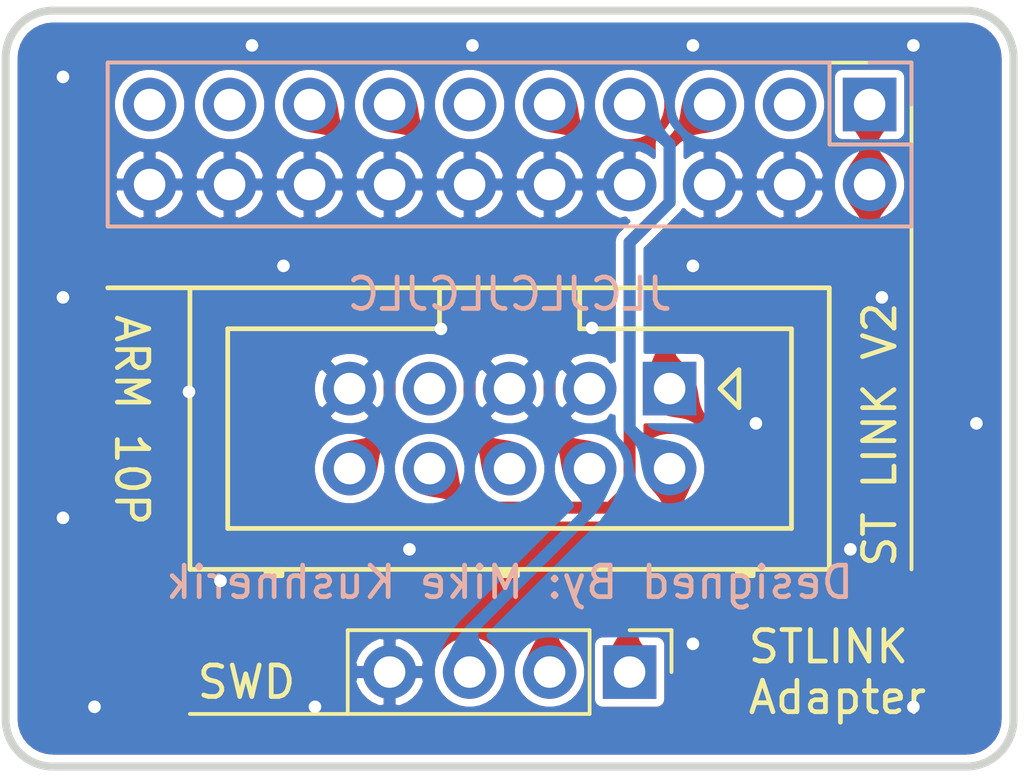
<source format=kicad_pcb>
(kicad_pcb (version 20171130) (host pcbnew "(5.1.8)-1")

  (general
    (thickness 1.6)
    (drawings 23)
    (tracks 65)
    (zones 0)
    (modules 3)
    (nets 13)
  )

  (page A4)
  (layers
    (0 F.Cu signal)
    (31 B.Cu signal)
    (32 B.Adhes user)
    (33 F.Adhes user)
    (34 B.Paste user)
    (35 F.Paste user)
    (36 B.SilkS user)
    (37 F.SilkS user)
    (38 B.Mask user)
    (39 F.Mask user)
    (40 Dwgs.User user)
    (41 Cmts.User user)
    (42 Eco1.User user)
    (43 Eco2.User user)
    (44 Edge.Cuts user)
    (45 Margin user)
    (46 B.CrtYd user)
    (47 F.CrtYd user)
    (48 B.Fab user hide)
    (49 F.Fab user hide)
  )

  (setup
    (last_trace_width 0.381)
    (user_trace_width 0.381)
    (trace_clearance 0.2)
    (zone_clearance 0.25)
    (zone_45_only yes)
    (trace_min 0.2)
    (via_size 0.8)
    (via_drill 0.4)
    (via_min_size 0.4)
    (via_min_drill 0.3)
    (uvia_size 0.3)
    (uvia_drill 0.1)
    (uvias_allowed no)
    (uvia_min_size 0.2)
    (uvia_min_drill 0.1)
    (edge_width 0.05)
    (segment_width 0.2)
    (pcb_text_width 0.3)
    (pcb_text_size 1.5 1.5)
    (mod_edge_width 0.12)
    (mod_text_size 1 1)
    (mod_text_width 0.15)
    (pad_size 1.524 1.524)
    (pad_drill 0.762)
    (pad_to_mask_clearance 0)
    (aux_axis_origin 0 0)
    (visible_elements 7FFFFFFF)
    (pcbplotparams
      (layerselection 0x010f0_ffffffff)
      (usegerberextensions false)
      (usegerberattributes false)
      (usegerberadvancedattributes false)
      (creategerberjobfile false)
      (excludeedgelayer false)
      (linewidth 0.150000)
      (plotframeref false)
      (viasonmask false)
      (mode 1)
      (useauxorigin false)
      (hpglpennumber 1)
      (hpglpenspeed 20)
      (hpglpendiameter 15.000000)
      (psnegative false)
      (psa4output false)
      (plotreference true)
      (plotvalue true)
      (plotinvisibletext false)
      (padsonsilk true)
      (subtractmaskfromsilk false)
      (outputformat 1)
      (mirror false)
      (drillshape 0)
      (scaleselection 1)
      (outputdirectory "Gerbers/Revision 1B/"))
  )

  (net 0 "")
  (net 1 GND)
  (net 2 "Net-(J1-Pad19)")
  (net 3 "Net-(J1-Pad17)")
  (net 4 "Net-(J1-Pad11)")
  (net 5 "Net-(J1-Pad3)")
  (net 6 "Net-(J2-Pad7)")
  (net 7 +3V3)
  (net 8 nRST)
  (net 9 SWO)
  (net 10 SWDCLK)
  (net 11 SWDIO)
  (net 12 TDI)

  (net_class Default "This is the default net class."
    (clearance 0.2)
    (trace_width 0.25)
    (via_dia 0.8)
    (via_drill 0.4)
    (uvia_dia 0.3)
    (uvia_drill 0.1)
    (add_net +3V3)
    (add_net GND)
    (add_net "Net-(J1-Pad11)")
    (add_net "Net-(J1-Pad17)")
    (add_net "Net-(J1-Pad19)")
    (add_net "Net-(J1-Pad3)")
    (add_net "Net-(J2-Pad7)")
    (add_net SWDCLK)
    (add_net SWDIO)
    (add_net SWO)
    (add_net TDI)
    (add_net nRST)
  )

  (module Connector_PinHeader_2.54mm:PinHeader_1x04_P2.54mm_Vertical (layer F.Cu) (tedit 59FED5CC) (tstamp 605A807B)
    (at 103.81 111 270)
    (descr "Through hole straight pin header, 1x04, 2.54mm pitch, single row")
    (tags "Through hole pin header THT 1x04 2.54mm single row")
    (path /605A1C1E)
    (fp_text reference J3 (at 0 -2.33 90) (layer F.SilkS) hide
      (effects (font (size 1 1) (thickness 0.15)))
    )
    (fp_text value Conn_01x04 (at 0 9.95 90) (layer F.Fab)
      (effects (font (size 1 1) (thickness 0.15)))
    )
    (fp_text user %R (at 0 3.81) (layer F.Fab)
      (effects (font (size 1 1) (thickness 0.15)))
    )
    (fp_line (start -0.635 -1.27) (end 1.27 -1.27) (layer F.Fab) (width 0.1))
    (fp_line (start 1.27 -1.27) (end 1.27 8.89) (layer F.Fab) (width 0.1))
    (fp_line (start 1.27 8.89) (end -1.27 8.89) (layer F.Fab) (width 0.1))
    (fp_line (start -1.27 8.89) (end -1.27 -0.635) (layer F.Fab) (width 0.1))
    (fp_line (start -1.27 -0.635) (end -0.635 -1.27) (layer F.Fab) (width 0.1))
    (fp_line (start -1.33 8.95) (end 1.33 8.95) (layer F.SilkS) (width 0.12))
    (fp_line (start -1.33 1.27) (end -1.33 8.95) (layer F.SilkS) (width 0.12))
    (fp_line (start 1.33 1.27) (end 1.33 8.95) (layer F.SilkS) (width 0.12))
    (fp_line (start -1.33 1.27) (end 1.33 1.27) (layer F.SilkS) (width 0.12))
    (fp_line (start -1.33 0) (end -1.33 -1.33) (layer F.SilkS) (width 0.12))
    (fp_line (start -1.33 -1.33) (end 0 -1.33) (layer F.SilkS) (width 0.12))
    (fp_line (start -1.8 -1.8) (end -1.8 9.4) (layer F.CrtYd) (width 0.05))
    (fp_line (start -1.8 9.4) (end 1.8 9.4) (layer F.CrtYd) (width 0.05))
    (fp_line (start 1.8 9.4) (end 1.8 -1.8) (layer F.CrtYd) (width 0.05))
    (fp_line (start 1.8 -1.8) (end -1.8 -1.8) (layer F.CrtYd) (width 0.05))
    (pad 4 thru_hole oval (at 0 7.62 270) (size 1.7 1.7) (drill 1) (layers *.Cu *.Mask)
      (net 1 GND))
    (pad 3 thru_hole oval (at 0 5.08 270) (size 1.7 1.7) (drill 1) (layers *.Cu *.Mask)
      (net 10 SWDCLK))
    (pad 2 thru_hole oval (at 0 2.54 270) (size 1.7 1.7) (drill 1) (layers *.Cu *.Mask)
      (net 11 SWDIO))
    (pad 1 thru_hole rect (at 0 0 270) (size 1.7 1.7) (drill 1) (layers *.Cu *.Mask)
      (net 7 +3V3))
    (model ${KISYS3DMOD}/Connector_PinHeader_2.54mm.3dshapes/PinHeader_1x04_P2.54mm_Horizontal.wrl
      (at (xyz 0 0 0))
      (scale (xyz 1 1 1))
      (rotate (xyz 0 0 0))
    )
  )

  (module Connector_Multicomp:Multicomp_MC9A12-1034_2x05_P2.54mm_Vertical (layer F.Cu) (tedit 5A16A5B2) (tstamp 603726D7)
    (at 105.08 102 180)
    (descr http://www.farnell.com/datasheets/1520732.pdf)
    (tags "connector multicomp MC9A MC9A12")
    (path /6036A971)
    (fp_text reference J2 (at -3 -7) (layer F.SilkS) hide
      (effects (font (size 1 1) (thickness 0.15)))
    )
    (fp_text value Conn_ARM_JTAG_SWD_10 (at 5.08 5) (layer F.Fab)
      (effects (font (size 1 1) (thickness 0.15)))
    )
    (fp_line (start 15.75 3.7) (end -5.55 3.7) (layer F.CrtYd) (width 0.05))
    (fp_line (start 15.75 -6.25) (end 15.75 3.7) (layer F.CrtYd) (width 0.05))
    (fp_line (start -5.55 -6.25) (end 15.75 -6.25) (layer F.CrtYd) (width 0.05))
    (fp_line (start -5.55 3.7) (end -5.55 -6.25) (layer F.CrtYd) (width 0.05))
    (fp_line (start -1.6 0) (end -2.2 0.6) (layer F.SilkS) (width 0.15))
    (fp_line (start -2.2 -0.6) (end -1.6 0) (layer F.SilkS) (width 0.15))
    (fp_line (start -2.2 0.6) (end -2.2 -0.6) (layer F.SilkS) (width 0.15))
    (fp_line (start -2.65 -5.84) (end -2.15 -5.84) (layer F.SilkS) (width 0.15))
    (fp_line (start -2.15 -5.94) (end -2.15 -5.74) (layer F.SilkS) (width 0.15))
    (fp_line (start -2.65 -5.94) (end -2.15 -5.94) (layer F.SilkS) (width 0.15))
    (fp_line (start -2.65 -5.74) (end -2.65 -5.94) (layer F.SilkS) (width 0.15))
    (fp_line (start 12.31 -5.84) (end 12.81 -5.84) (layer F.SilkS) (width 0.15))
    (fp_line (start 12.81 -5.94) (end 12.81 -5.74) (layer F.SilkS) (width 0.15))
    (fp_line (start 12.31 -5.94) (end 12.81 -5.94) (layer F.SilkS) (width 0.15))
    (fp_line (start 12.31 -5.74) (end 12.31 -5.94) (layer F.SilkS) (width 0.15))
    (fp_line (start 4.83 -5.84) (end 5.33 -5.84) (layer F.SilkS) (width 0.15))
    (fp_line (start 5.33 -5.94) (end 5.33 -5.74) (layer F.SilkS) (width 0.15))
    (fp_line (start 4.83 -5.94) (end 5.33 -5.94) (layer F.SilkS) (width 0.15))
    (fp_line (start 4.83 -5.74) (end 4.83 -5.94) (layer F.SilkS) (width 0.15))
    (fp_line (start 7.305 1.9) (end 7.305 3.2) (layer F.SilkS) (width 0.15))
    (fp_line (start 14.03 1.9) (end 7.305 1.9) (layer F.SilkS) (width 0.15))
    (fp_line (start 14.03 -4.44) (end 14.03 1.9) (layer F.SilkS) (width 0.15))
    (fp_line (start -3.87 -4.44) (end 14.03 -4.44) (layer F.SilkS) (width 0.15))
    (fp_line (start -3.87 1.9) (end -3.87 -4.44) (layer F.SilkS) (width 0.15))
    (fp_line (start 2.855 1.9) (end -3.87 1.9) (layer F.SilkS) (width 0.15))
    (fp_line (start 2.855 3.2) (end 2.855 1.9) (layer F.SilkS) (width 0.15))
    (fp_line (start 15.23 3.2) (end -5.07 3.2) (layer F.SilkS) (width 0.15))
    (fp_line (start 15.23 -5.74) (end 15.23 3.2) (layer F.SilkS) (width 0.15))
    (fp_line (start -5.07 -5.74) (end 15.23 -5.74) (layer F.SilkS) (width 0.15))
    (fp_line (start -5.07 3.2) (end -5.07 -5.74) (layer F.SilkS) (width 0.15))
    (fp_text user %R (at 5.08 -1.27) (layer F.Fab)
      (effects (font (size 1 1) (thickness 0.15)))
    )
    (pad 10 thru_hole circle (at 10.16 -2.54 180) (size 1.7 1.7) (drill 1) (layers *.Cu *.Mask)
      (net 8 nRST))
    (pad 9 thru_hole circle (at 10.16 0 180) (size 1.7 1.7) (drill 1) (layers *.Cu *.Mask)
      (net 1 GND))
    (pad 8 thru_hole circle (at 7.62 -2.54 180) (size 1.7 1.7) (drill 1) (layers *.Cu *.Mask)
      (net 12 TDI))
    (pad 7 thru_hole circle (at 7.62 0 180) (size 1.7 1.7) (drill 1) (layers *.Cu *.Mask)
      (net 6 "Net-(J2-Pad7)"))
    (pad 6 thru_hole circle (at 5.08 -2.54 180) (size 1.7 1.7) (drill 1) (layers *.Cu *.Mask)
      (net 9 SWO))
    (pad 5 thru_hole circle (at 5.08 0 180) (size 1.7 1.7) (drill 1) (layers *.Cu *.Mask)
      (net 1 GND))
    (pad 4 thru_hole circle (at 2.54 -2.54 180) (size 1.7 1.7) (drill 1) (layers *.Cu *.Mask)
      (net 10 SWDCLK))
    (pad 3 thru_hole circle (at 2.54 0 180) (size 1.7 1.7) (drill 1) (layers *.Cu *.Mask)
      (net 1 GND))
    (pad 2 thru_hole circle (at 0 -2.54 180) (size 1.7 1.7) (drill 1) (layers *.Cu *.Mask)
      (net 11 SWDIO))
    (pad 1 thru_hole rect (at 0 0 180) (size 1.7 1.7) (drill 1) (layers *.Cu *.Mask)
      (net 7 +3V3))
    (model "${KIPRJMOD}/3D Models/61201021621--3DModel-STEP-56544.STEP"
      (offset (xyz 5.08 1.254 0))
      (scale (xyz 1 1 1))
      (rotate (xyz -90 0 0))
    )
  )

  (module Connector_PinSocket_2.54mm:PinSocket_2x10_P2.54mm_Vertical (layer B.Cu) (tedit 5A19A427) (tstamp 603726B7)
    (at 111.43 92.98 90)
    (descr "Through hole straight socket strip, 2x10, 2.54mm pitch, double cols (from Kicad 4.0.7), script generated")
    (tags "Through hole socket strip THT 2x10 2.54mm double row")
    (path /6036B51C)
    (fp_text reference J1 (at -1.27 2.77 -90) (layer B.SilkS) hide
      (effects (font (size 1 1) (thickness 0.15)) (justify mirror))
    )
    (fp_text value Conn_ARM_JTAG_SWD_20 (at -1.27 -25.63 -90) (layer B.Fab)
      (effects (font (size 1 1) (thickness 0.15)) (justify mirror))
    )
    (fp_line (start -4.34 -24.6) (end -4.34 1.8) (layer B.CrtYd) (width 0.05))
    (fp_line (start 1.76 -24.6) (end -4.34 -24.6) (layer B.CrtYd) (width 0.05))
    (fp_line (start 1.76 1.8) (end 1.76 -24.6) (layer B.CrtYd) (width 0.05))
    (fp_line (start -4.34 1.8) (end 1.76 1.8) (layer B.CrtYd) (width 0.05))
    (fp_line (start 0 1.33) (end 1.33 1.33) (layer B.SilkS) (width 0.12))
    (fp_line (start 1.33 1.33) (end 1.33 0) (layer B.SilkS) (width 0.12))
    (fp_line (start -1.27 1.33) (end -1.27 -1.27) (layer B.SilkS) (width 0.12))
    (fp_line (start -1.27 -1.27) (end 1.33 -1.27) (layer B.SilkS) (width 0.12))
    (fp_line (start 1.33 -1.27) (end 1.33 -24.19) (layer B.SilkS) (width 0.12))
    (fp_line (start -3.87 -24.19) (end 1.33 -24.19) (layer B.SilkS) (width 0.12))
    (fp_line (start -3.87 1.33) (end -3.87 -24.19) (layer B.SilkS) (width 0.12))
    (fp_line (start -3.87 1.33) (end -1.27 1.33) (layer B.SilkS) (width 0.12))
    (fp_line (start -3.81 -24.13) (end -3.81 1.27) (layer B.Fab) (width 0.1))
    (fp_line (start 1.27 -24.13) (end -3.81 -24.13) (layer B.Fab) (width 0.1))
    (fp_line (start 1.27 0.27) (end 1.27 -24.13) (layer B.Fab) (width 0.1))
    (fp_line (start 0.27 1.27) (end 1.27 0.27) (layer B.Fab) (width 0.1))
    (fp_line (start -3.81 1.27) (end 0.27 1.27) (layer B.Fab) (width 0.1))
    (fp_text user %R (at -1.27 -11.43) (layer B.Fab)
      (effects (font (size 1 1) (thickness 0.15)) (justify mirror))
    )
    (pad 20 thru_hole oval (at -2.54 -22.86 90) (size 1.7 1.7) (drill 1) (layers *.Cu *.Mask)
      (net 1 GND))
    (pad 19 thru_hole oval (at 0 -22.86 90) (size 1.7 1.7) (drill 1) (layers *.Cu *.Mask)
      (net 2 "Net-(J1-Pad19)"))
    (pad 18 thru_hole oval (at -2.54 -20.32 90) (size 1.7 1.7) (drill 1) (layers *.Cu *.Mask)
      (net 1 GND))
    (pad 17 thru_hole oval (at 0 -20.32 90) (size 1.7 1.7) (drill 1) (layers *.Cu *.Mask)
      (net 3 "Net-(J1-Pad17)"))
    (pad 16 thru_hole oval (at -2.54 -17.78 90) (size 1.7 1.7) (drill 1) (layers *.Cu *.Mask)
      (net 1 GND))
    (pad 15 thru_hole oval (at 0 -17.78 90) (size 1.7 1.7) (drill 1) (layers *.Cu *.Mask)
      (net 8 nRST))
    (pad 14 thru_hole oval (at -2.54 -15.24 90) (size 1.7 1.7) (drill 1) (layers *.Cu *.Mask)
      (net 1 GND))
    (pad 13 thru_hole oval (at 0 -15.24 90) (size 1.7 1.7) (drill 1) (layers *.Cu *.Mask)
      (net 9 SWO))
    (pad 12 thru_hole oval (at -2.54 -12.7 90) (size 1.7 1.7) (drill 1) (layers *.Cu *.Mask)
      (net 1 GND))
    (pad 11 thru_hole oval (at 0 -12.7 90) (size 1.7 1.7) (drill 1) (layers *.Cu *.Mask)
      (net 4 "Net-(J1-Pad11)"))
    (pad 10 thru_hole oval (at -2.54 -10.16 90) (size 1.7 1.7) (drill 1) (layers *.Cu *.Mask)
      (net 1 GND))
    (pad 9 thru_hole oval (at 0 -10.16 90) (size 1.7 1.7) (drill 1) (layers *.Cu *.Mask)
      (net 10 SWDCLK))
    (pad 8 thru_hole oval (at -2.54 -7.62 90) (size 1.7 1.7) (drill 1) (layers *.Cu *.Mask)
      (net 1 GND))
    (pad 7 thru_hole oval (at 0 -7.62 90) (size 1.7 1.7) (drill 1) (layers *.Cu *.Mask)
      (net 11 SWDIO))
    (pad 6 thru_hole oval (at -2.54 -5.08 90) (size 1.7 1.7) (drill 1) (layers *.Cu *.Mask)
      (net 1 GND))
    (pad 5 thru_hole oval (at 0 -5.08 90) (size 1.7 1.7) (drill 1) (layers *.Cu *.Mask)
      (net 12 TDI))
    (pad 4 thru_hole oval (at -2.54 -2.54 90) (size 1.7 1.7) (drill 1) (layers *.Cu *.Mask)
      (net 1 GND))
    (pad 3 thru_hole oval (at 0 -2.54 90) (size 1.7 1.7) (drill 1) (layers *.Cu *.Mask)
      (net 5 "Net-(J1-Pad3)"))
    (pad 2 thru_hole oval (at -2.54 0 90) (size 1.7 1.7) (drill 1) (layers *.Cu *.Mask)
      (net 7 +3V3))
    (pad 1 thru_hole rect (at 0 0 90) (size 1.7 1.7) (drill 1) (layers *.Cu *.Mask)
      (net 7 +3V3))
    (model ${KISYS3DMOD}/Connector_PinSocket_2.54mm.3dshapes/PinSocket_2x10_P2.54mm_Vertical.wrl
      (at (xyz 0 0 0))
      (scale (xyz 1 1 1))
      (rotate (xyz 0 0 0))
    )
  )

  (gr_text "STLINK\nAdapter" (at 107.5 111) (layer F.SilkS) (tstamp 605A8831)
    (effects (font (size 1 1) (thickness 0.15)) (justify left))
  )
  (gr_text SWD (at 90 111.32) (layer F.SilkS) (tstamp 605A869F)
    (effects (font (size 1 1) (thickness 0.15)) (justify left))
  )
  (gr_line (start 94.86 112.33) (end 89.85 112.33) (layer F.SilkS) (width 0.12) (tstamp 605A868D))
  (gr_text "Designed By: Mike Kushnerik" (at 100 108.15) (layer B.SilkS)
    (effects (font (size 1 1) (thickness 0.15)) (justify mirror))
  )
  (gr_text JLCJLCJLCJLC (at 100 99) (layer B.SilkS)
    (effects (font (size 1 1) (thickness 0.15)) (justify mirror))
  )
  (gr_line (start 110.16 94.25) (end 112.76 94.25) (layer F.SilkS) (width 0.12))
  (gr_line (start 110.16 91.65) (end 110.16 94.25) (layer F.SilkS) (width 0.12))
  (gr_line (start 112.76 96.85) (end 112.76 107.74) (layer F.SilkS) (width 0.12))
  (gr_line (start 89.85 98.8) (end 87.24 98.8) (layer F.SilkS) (width 0.15))
  (gr_line (start 87.24 96.85) (end 87.24 91.65) (layer F.SilkS) (width 0.12))
  (gr_line (start 112.76 96.85) (end 87.24 96.85) (layer F.SilkS) (width 0.12))
  (gr_line (start 112.76 91.65) (end 112.76 96.85) (layer F.SilkS) (width 0.12))
  (gr_line (start 87.24 91.65) (end 112.76 91.65) (layer F.SilkS) (width 0.12))
  (gr_text "ST LINK V2" (at 111.75 107.75 90) (layer F.SilkS)
    (effects (font (size 1 1) (thickness 0.15)) (justify left))
  )
  (gr_text "ARM 10P" (at 88 103 270) (layer F.SilkS) (tstamp 6037A9E7)
    (effects (font (size 1 1) (thickness 0.15)))
  )
  (gr_arc (start 114.5 91.5) (end 116 91.5) (angle -90) (layer Edge.Cuts) (width 0.254) (tstamp 60379CC4))
  (gr_arc (start 114.5 112.5) (end 114.5 114) (angle -90) (layer Edge.Cuts) (width 0.254) (tstamp 60379CC4))
  (gr_arc (start 85.5 112.5) (end 84 112.5) (angle -90) (layer Edge.Cuts) (width 0.254) (tstamp 60379CC4))
  (gr_line (start 85.5 114) (end 114.5 114) (layer Edge.Cuts) (width 0.254) (tstamp 603799BA))
  (gr_line (start 116 91.5) (end 116 112.5) (layer Edge.Cuts) (width 0.254) (tstamp 603799B7))
  (gr_line (start 84 91.5) (end 84 112.5) (layer Edge.Cuts) (width 0.254) (tstamp 603799AF))
  (gr_arc (start 85.5 91.5) (end 85.5 90) (angle -90) (layer Edge.Cuts) (width 0.254) (tstamp 6037975C))
  (gr_line (start 85.5 90) (end 114.5 90) (layer Edge.Cuts) (width 0.254))

  (via (at 85.82 92.103572) (size 0.8) (drill 0.4) (layers F.Cu B.Cu) (net 1) (tstamp 21))
  (via (at 85.82 99.103572) (size 0.8) (drill 0.4) (layers F.Cu B.Cu) (net 1) (tstamp 21))
  (via (at 85.82 106.103572) (size 0.8) (drill 0.4) (layers F.Cu B.Cu) (net 1) (tstamp 21))
  (via (at 86.82 112.103572) (size 0.8) (drill 0.4) (layers F.Cu B.Cu) (net 1) (tstamp 21))
  (via (at 89.82 102.103572) (size 0.8) (drill 0.4) (layers F.Cu B.Cu) (net 1) (tstamp 21))
  (via (at 90.82 108.103572) (size 0.8) (drill 0.4) (layers F.Cu B.Cu) (net 1) (tstamp 21))
  (via (at 91.82 91.103572) (size 0.8) (drill 0.4) (layers F.Cu B.Cu) (net 1) (tstamp 21))
  (via (at 92.82 98.103572) (size 0.8) (drill 0.4) (layers F.Cu B.Cu) (net 1) (tstamp 21))
  (via (at 93.82 112.103572) (size 0.8) (drill 0.4) (layers F.Cu B.Cu) (net 1) (tstamp 21))
  (via (at 96.82 107.103572) (size 0.8) (drill 0.4) (layers F.Cu B.Cu) (net 1) (tstamp 21))
  (via (at 97.82 100.103572) (size 0.8) (drill 0.4) (layers F.Cu B.Cu) (net 1) (tstamp 21))
  (via (at 98.82 91.103572) (size 0.8) (drill 0.4) (layers F.Cu B.Cu) (net 1) (tstamp 21))
  (via (at 105.82 91.103572) (size 0.8) (drill 0.4) (layers F.Cu B.Cu) (net 1) (tstamp 21))
  (via (at 105.82 98.103572) (size 0.8) (drill 0.4) (layers F.Cu B.Cu) (net 1) (tstamp 21))
  (via (at 105.82 110.103572) (size 0.8) (drill 0.4) (layers F.Cu B.Cu) (net 1) (tstamp 21))
  (via (at 107.82 103.103572) (size 0.8) (drill 0.4) (layers F.Cu B.Cu) (net 1) (tstamp 21))
  (via (at 110.82 107.103572) (size 0.8) (drill 0.4) (layers F.Cu B.Cu) (net 1) (tstamp 21))
  (via (at 111.82 99.103572) (size 0.8) (drill 0.4) (layers F.Cu B.Cu) (net 1) (tstamp 21))
  (via (at 112.82 91.103572) (size 0.8) (drill 0.4) (layers F.Cu B.Cu) (net 1) (tstamp 21))
  (via (at 112.82 112.103572) (size 0.8) (drill 0.4) (layers F.Cu B.Cu) (net 1) (tstamp 21))
  (via (at 114.82 103.103572) (size 0.8) (drill 0.4) (layers F.Cu B.Cu) (net 1) (tstamp 21))
  (via (at 102.616 100.076) (size 0.8) (drill 0.4) (layers F.Cu B.Cu) (net 1))
  (segment (start 94.9198 94.2498) (end 93.65 92.98) (width 0.381) (layer F.Cu) (net 8))
  (segment (start 94.9198 96.085742) (end 94.9198 94.2498) (width 0.381) (layer F.Cu) (net 8))
  (segment (start 96.1898 97.355742) (end 94.9198 96.085742) (width 0.381) (layer F.Cu) (net 8))
  (segment (start 96.1898 103.2702) (end 96.1898 97.355742) (width 0.381) (layer F.Cu) (net 8))
  (segment (start 94.92 104.54) (end 96.1898 103.2702) (width 0.381) (layer F.Cu) (net 8))
  (segment (start 97.4598 94.2498) (end 96.19 92.98) (width 0.381) (layer F.Cu) (net 9))
  (segment (start 97.4598 96.085742) (end 97.4598 94.2498) (width 0.381) (layer F.Cu) (net 9))
  (segment (start 98.7298 97.355742) (end 97.4598 96.085742) (width 0.381) (layer F.Cu) (net 9))
  (segment (start 98.7298 103.2698) (end 98.7298 97.355742) (width 0.381) (layer F.Cu) (net 9))
  (segment (start 100 104.54) (end 98.7298 103.2698) (width 0.381) (layer F.Cu) (net 9))
  (segment (start 102.5398 94.2498) (end 101.27 92.98) (width 0.381) (layer F.Cu) (net 10))
  (segment (start 102.5398 96.086142) (end 102.5398 94.2498) (width 0.381) (layer F.Cu) (net 10))
  (segment (start 101.2698 97.356142) (end 102.5398 96.086142) (width 0.381) (layer F.Cu) (net 10))
  (segment (start 101.2698 103.2698) (end 101.2698 97.356142) (width 0.381) (layer F.Cu) (net 10))
  (segment (start 102.54 104.54) (end 101.2698 103.2698) (width 0.381) (layer F.Cu) (net 10))
  (segment (start 103.8098 103.2698) (end 105.08 104.54) (width 0.381) (layer B.Cu) (net 11))
  (segment (start 103.8098 97.3582) (end 103.8098 103.2698) (width 0.381) (layer B.Cu) (net 11))
  (segment (start 105.0798 96.0882) (end 103.8098 97.3582) (width 0.381) (layer B.Cu) (net 11))
  (segment (start 105.0798 94.2498) (end 105.0798 96.0882) (width 0.381) (layer B.Cu) (net 11))
  (segment (start 103.81 92.98) (end 105.0798 94.2498) (width 0.381) (layer B.Cu) (net 11))
  (segment (start 105.0798 94.2502) (end 106.35 92.98) (width 0.381) (layer F.Cu) (net 12))
  (segment (start 105.0798 96.086142) (end 105.0798 94.2502) (width 0.381) (layer F.Cu) (net 12))
  (segment (start 103.8098 97.356142) (end 105.0798 96.086142) (width 0.381) (layer F.Cu) (net 12))
  (segment (start 103.8098 105.16514) (end 103.8098 97.356142) (width 0.381) (layer F.Cu) (net 12))
  (segment (start 103.194439 105.780501) (end 103.8098 105.16514) (width 0.381) (layer F.Cu) (net 12))
  (segment (start 98.700501 105.780501) (end 103.194439 105.780501) (width 0.381) (layer F.Cu) (net 12))
  (segment (start 97.46 104.54) (end 98.700501 105.780501) (width 0.381) (layer F.Cu) (net 12))
  (segment (start 111.43 97.231) (end 111.43 95.52) (width 0.381) (layer F.Cu) (net 7))
  (segment (start 109.9058 98.7552) (end 111.43 97.231) (width 0.381) (layer F.Cu) (net 7))
  (segment (start 106.8578 98.7552) (end 109.9058 98.7552) (width 0.381) (layer F.Cu) (net 7))
  (segment (start 105.08 100.533) (end 106.8578 98.7552) (width 0.381) (layer F.Cu) (net 7))
  (segment (start 105.08 102) (end 105.08 100.533) (width 0.381) (layer F.Cu) (net 7))
  (segment (start 111.43 95.52) (end 111.43 92.98) (width 0.381) (layer F.Cu) (net 7))
  (segment (start 106.934 103.854) (end 105.08 102) (width 0.381) (layer F.Cu) (net 7))
  (segment (start 106.934 106.5784) (end 106.934 103.854) (width 0.381) (layer F.Cu) (net 7))
  (segment (start 103.81 109.7024) (end 106.934 106.5784) (width 0.381) (layer F.Cu) (net 7))
  (segment (start 103.81 111) (end 103.81 109.7024) (width 0.381) (layer F.Cu) (net 7))
  (segment (start 102.54 105.8924) (end 102.54 104.54) (width 0.381) (layer B.Cu) (net 10))
  (segment (start 98.73 109.7024) (end 102.54 105.8924) (width 0.381) (layer B.Cu) (net 10))
  (segment (start 98.73 111) (end 98.73 109.7024) (width 0.381) (layer B.Cu) (net 10))
  (segment (start 105.08 105.8924) (end 105.08 104.54) (width 0.381) (layer F.Cu) (net 11))
  (segment (start 101.27 109.7024) (end 105.08 105.8924) (width 0.381) (layer F.Cu) (net 11))
  (segment (start 101.27 111) (end 101.27 109.7024) (width 0.381) (layer F.Cu) (net 11))

  (zone (net 1) (net_name GND) (layer B.Cu) (tstamp 605A9BCF) (hatch edge 0.508)
    (connect_pads (clearance 0.25))
    (min_thickness 0.127)
    (fill yes (arc_segments 32) (thermal_gap 0.25) (thermal_bridge_width 0.381))
    (polygon
      (pts
        (xy 116.332 114.3) (xy 83.82 114.3) (xy 83.82 89.662) (xy 116.332 89.662)
      )
    )
    (filled_polygon
      (pts
        (xy 114.705383 90.46275) (xy 114.902941 90.522397) (xy 115.085147 90.619278) (xy 115.245072 90.749709) (xy 115.376613 90.908716)
        (xy 115.474768 91.090248) (xy 115.535791 91.287381) (xy 115.5595 91.512965) (xy 115.559501 112.478443) (xy 115.53725 112.705383)
        (xy 115.477604 112.902939) (xy 115.380722 113.085147) (xy 115.250291 113.245072) (xy 115.091284 113.376613) (xy 114.909753 113.474767)
        (xy 114.712619 113.535791) (xy 114.487035 113.5595) (xy 85.521547 113.5595) (xy 85.294617 113.53725) (xy 85.097061 113.477604)
        (xy 84.914853 113.380722) (xy 84.754928 113.250291) (xy 84.623387 113.091284) (xy 84.525233 112.909753) (xy 84.464209 112.712619)
        (xy 84.4405 112.487035) (xy 84.4405 111.306361) (xy 95.067552 111.306361) (xy 95.148888 111.519453) (xy 95.270233 111.712583)
        (xy 95.426924 111.878329) (xy 95.61294 112.010321) (xy 95.821132 112.103487) (xy 95.88364 112.122442) (xy 96.063 112.077668)
        (xy 96.063 111.127) (xy 96.317 111.127) (xy 96.317 112.077668) (xy 96.49636 112.122442) (xy 96.558868 112.103487)
        (xy 96.76706 112.010321) (xy 96.953076 111.878329) (xy 97.109767 111.712583) (xy 97.231112 111.519453) (xy 97.312448 111.306361)
        (xy 97.268179 111.127) (xy 96.317 111.127) (xy 96.063 111.127) (xy 95.111821 111.127) (xy 95.067552 111.306361)
        (xy 84.4405 111.306361) (xy 84.4405 110.885405) (xy 97.5665 110.885405) (xy 97.5665 111.114595) (xy 97.611212 111.339381)
        (xy 97.698919 111.551124) (xy 97.82625 111.741688) (xy 97.988312 111.90375) (xy 98.178876 112.031081) (xy 98.390619 112.118788)
        (xy 98.615405 112.1635) (xy 98.844595 112.1635) (xy 99.069381 112.118788) (xy 99.281124 112.031081) (xy 99.471688 111.90375)
        (xy 99.63375 111.741688) (xy 99.761081 111.551124) (xy 99.848788 111.339381) (xy 99.8935 111.114595) (xy 99.8935 110.885405)
        (xy 100.1065 110.885405) (xy 100.1065 111.114595) (xy 100.151212 111.339381) (xy 100.238919 111.551124) (xy 100.36625 111.741688)
        (xy 100.528312 111.90375) (xy 100.718876 112.031081) (xy 100.930619 112.118788) (xy 101.155405 112.1635) (xy 101.384595 112.1635)
        (xy 101.609381 112.118788) (xy 101.821124 112.031081) (xy 102.011688 111.90375) (xy 102.17375 111.741688) (xy 102.301081 111.551124)
        (xy 102.388788 111.339381) (xy 102.4335 111.114595) (xy 102.4335 110.885405) (xy 102.388788 110.660619) (xy 102.301081 110.448876)
        (xy 102.17375 110.258312) (xy 102.065438 110.15) (xy 102.644984 110.15) (xy 102.644984 111.85) (xy 102.651037 111.911457)
        (xy 102.668963 111.970551) (xy 102.698074 112.025014) (xy 102.73725 112.07275) (xy 102.784986 112.111926) (xy 102.839449 112.141037)
        (xy 102.898543 112.158963) (xy 102.96 112.165016) (xy 104.66 112.165016) (xy 104.721457 112.158963) (xy 104.780551 112.141037)
        (xy 104.835014 112.111926) (xy 104.88275 112.07275) (xy 104.921926 112.025014) (xy 104.951037 111.970551) (xy 104.968963 111.911457)
        (xy 104.975016 111.85) (xy 104.975016 110.15) (xy 104.968963 110.088543) (xy 104.951037 110.029449) (xy 104.921926 109.974986)
        (xy 104.88275 109.92725) (xy 104.835014 109.888074) (xy 104.780551 109.858963) (xy 104.721457 109.841037) (xy 104.66 109.834984)
        (xy 102.96 109.834984) (xy 102.898543 109.841037) (xy 102.839449 109.858963) (xy 102.784986 109.888074) (xy 102.73725 109.92725)
        (xy 102.698074 109.974986) (xy 102.668963 110.029449) (xy 102.651037 110.088543) (xy 102.644984 110.15) (xy 102.065438 110.15)
        (xy 102.011688 110.09625) (xy 101.821124 109.968919) (xy 101.609381 109.881212) (xy 101.384595 109.8365) (xy 101.155405 109.8365)
        (xy 100.930619 109.881212) (xy 100.718876 109.968919) (xy 100.528312 110.09625) (xy 100.36625 110.258312) (xy 100.238919 110.448876)
        (xy 100.151212 110.660619) (xy 100.1065 110.885405) (xy 99.8935 110.885405) (xy 99.848788 110.660619) (xy 99.761081 110.448876)
        (xy 99.704135 110.363651) (xy 99.694503 110.346802) (xy 99.67668 110.319111) (xy 99.645003 110.275153) (xy 99.63375 110.258312)
        (xy 99.630589 110.255151) (xy 99.592532 110.20234) (xy 99.581681 110.188153) (xy 99.493526 110.079454) (xy 99.49209 110.077696)
        (xy 99.412403 109.980881) (xy 99.355057 109.903622) (xy 99.326821 109.853559) (xy 99.323231 109.84146) (xy 99.32796 109.83013)
        (xy 99.382617 109.762546) (xy 102.878873 106.26629) (xy 102.898106 106.250506) (xy 102.961088 106.173762) (xy 102.981398 106.135765)
        (xy 103.056223 106.043351) (xy 103.067902 106.027983) (xy 103.151452 105.910712) (xy 103.162844 105.893556) (xy 103.233108 105.779805)
        (xy 103.242364 105.763781) (xy 103.304673 105.648162) (xy 103.31069 105.636411) (xy 103.370376 105.513536) (xy 103.373154 105.507663)
        (xy 103.435546 105.372142) (xy 103.435734 105.371734) (xy 103.505368 105.21991) (xy 103.554832 105.115443) (xy 103.571081 105.091124)
        (xy 103.658788 104.879381) (xy 103.7035 104.654595) (xy 103.7035 104.425405) (xy 103.658788 104.200619) (xy 103.571081 103.988876)
        (xy 103.44375 103.798312) (xy 103.281688 103.63625) (xy 103.091124 103.508919) (xy 102.879381 103.421212) (xy 102.654595 103.3765)
        (xy 102.425405 103.3765) (xy 102.200619 103.421212) (xy 101.988876 103.508919) (xy 101.798312 103.63625) (xy 101.63625 103.798312)
        (xy 101.508919 103.988876) (xy 101.421212 104.200619) (xy 101.3765 104.425405) (xy 101.3765 104.654595) (xy 101.421212 104.879381)
        (xy 101.508919 105.091124) (xy 101.572287 105.18596) (xy 101.579031 105.197599) (xy 101.598845 105.227667) (xy 101.611583 105.244771)
        (xy 101.63625 105.281688) (xy 101.64732 105.292758) (xy 101.687349 105.346508) (xy 101.699942 105.362326) (xy 101.793641 105.472532)
        (xy 101.796399 105.475732) (xy 101.882682 105.574487) (xy 101.946585 105.654546) (xy 101.979259 105.707416) (xy 101.9832 105.718939)
        (xy 101.980459 105.725804) (xy 101.925784 105.793853) (xy 98.391123 109.328514) (xy 98.371895 109.344294) (xy 98.356115 109.363522)
        (xy 98.308913 109.421038) (xy 98.291873 109.452918) (xy 98.24884 109.503112) (xy 98.238747 109.515511) (xy 98.150103 109.630264)
        (xy 98.139248 109.645206) (xy 98.063542 109.756148) (xy 98.053693 109.771525) (xy 97.98598 109.884345) (xy 97.978601 109.897332)
        (xy 97.913939 110.017717) (xy 97.909496 110.026302) (xy 97.84294 110.159941) (xy 97.841047 110.163809) (xy 97.767655 110.316391)
        (xy 97.767613 110.316478) (xy 97.716948 110.421894) (xy 97.698919 110.448876) (xy 97.611212 110.660619) (xy 97.5665 110.885405)
        (xy 84.4405 110.885405) (xy 84.4405 110.693639) (xy 95.067552 110.693639) (xy 95.111821 110.873) (xy 96.063 110.873)
        (xy 96.063 109.922332) (xy 96.317 109.922332) (xy 96.317 110.873) (xy 97.268179 110.873) (xy 97.312448 110.693639)
        (xy 97.231112 110.480547) (xy 97.109767 110.287417) (xy 96.953076 110.121671) (xy 96.76706 109.989679) (xy 96.558868 109.896513)
        (xy 96.49636 109.877558) (xy 96.317 109.922332) (xy 96.063 109.922332) (xy 95.88364 109.877558) (xy 95.821132 109.896513)
        (xy 95.61294 109.989679) (xy 95.426924 110.121671) (xy 95.270233 110.287417) (xy 95.148888 110.480547) (xy 95.067552 110.693639)
        (xy 84.4405 110.693639) (xy 84.4405 104.425405) (xy 93.7565 104.425405) (xy 93.7565 104.654595) (xy 93.801212 104.879381)
        (xy 93.888919 105.091124) (xy 94.01625 105.281688) (xy 94.178312 105.44375) (xy 94.368876 105.571081) (xy 94.580619 105.658788)
        (xy 94.805405 105.7035) (xy 95.034595 105.7035) (xy 95.259381 105.658788) (xy 95.471124 105.571081) (xy 95.661688 105.44375)
        (xy 95.82375 105.281688) (xy 95.951081 105.091124) (xy 96.038788 104.879381) (xy 96.0835 104.654595) (xy 96.0835 104.425405)
        (xy 96.2965 104.425405) (xy 96.2965 104.654595) (xy 96.341212 104.879381) (xy 96.428919 105.091124) (xy 96.55625 105.281688)
        (xy 96.718312 105.44375) (xy 96.908876 105.571081) (xy 97.120619 105.658788) (xy 97.345405 105.7035) (xy 97.574595 105.7035)
        (xy 97.799381 105.658788) (xy 98.011124 105.571081) (xy 98.201688 105.44375) (xy 98.36375 105.281688) (xy 98.491081 105.091124)
        (xy 98.578788 104.879381) (xy 98.6235 104.654595) (xy 98.6235 104.425405) (xy 98.8365 104.425405) (xy 98.8365 104.654595)
        (xy 98.881212 104.879381) (xy 98.968919 105.091124) (xy 99.09625 105.281688) (xy 99.258312 105.44375) (xy 99.448876 105.571081)
        (xy 99.660619 105.658788) (xy 99.885405 105.7035) (xy 100.114595 105.7035) (xy 100.339381 105.658788) (xy 100.551124 105.571081)
        (xy 100.741688 105.44375) (xy 100.90375 105.281688) (xy 101.031081 105.091124) (xy 101.118788 104.879381) (xy 101.1635 104.654595)
        (xy 101.1635 104.425405) (xy 101.118788 104.200619) (xy 101.031081 103.988876) (xy 100.90375 103.798312) (xy 100.741688 103.63625)
        (xy 100.551124 103.508919) (xy 100.339381 103.421212) (xy 100.114595 103.3765) (xy 99.885405 103.3765) (xy 99.660619 103.421212)
        (xy 99.448876 103.508919) (xy 99.258312 103.63625) (xy 99.09625 103.798312) (xy 98.968919 103.988876) (xy 98.881212 104.200619)
        (xy 98.8365 104.425405) (xy 98.6235 104.425405) (xy 98.578788 104.200619) (xy 98.491081 103.988876) (xy 98.36375 103.798312)
        (xy 98.201688 103.63625) (xy 98.011124 103.508919) (xy 97.799381 103.421212) (xy 97.574595 103.3765) (xy 97.345405 103.3765)
        (xy 97.120619 103.421212) (xy 96.908876 103.508919) (xy 96.718312 103.63625) (xy 96.55625 103.798312) (xy 96.428919 103.988876)
        (xy 96.341212 104.200619) (xy 96.2965 104.425405) (xy 96.0835 104.425405) (xy 96.038788 104.200619) (xy 95.951081 103.988876)
        (xy 95.82375 103.798312) (xy 95.661688 103.63625) (xy 95.471124 103.508919) (xy 95.259381 103.421212) (xy 95.034595 103.3765)
        (xy 94.805405 103.3765) (xy 94.580619 103.421212) (xy 94.368876 103.508919) (xy 94.178312 103.63625) (xy 94.01625 103.798312)
        (xy 93.888919 103.988876) (xy 93.801212 104.200619) (xy 93.7565 104.425405) (xy 84.4405 104.425405) (xy 84.4405 102.855837)
        (xy 94.243768 102.855837) (xy 94.339614 103.014898) (xy 94.548763 103.108624) (xy 94.772178 103.159747) (xy 95.001273 103.166302)
        (xy 95.227246 103.128036) (xy 95.441412 103.04642) (xy 95.500386 103.014898) (xy 95.596232 102.855837) (xy 94.92 102.179605)
        (xy 94.243768 102.855837) (xy 84.4405 102.855837) (xy 84.4405 102.081273) (xy 93.753698 102.081273) (xy 93.791964 102.307246)
        (xy 93.87358 102.521412) (xy 93.905102 102.580386) (xy 94.064163 102.676232) (xy 94.740395 102) (xy 95.099605 102)
        (xy 95.775837 102.676232) (xy 95.934898 102.580386) (xy 96.028624 102.371237) (xy 96.079747 102.147822) (xy 96.086302 101.918727)
        (xy 96.08066 101.885405) (xy 96.2965 101.885405) (xy 96.2965 102.114595) (xy 96.341212 102.339381) (xy 96.428919 102.551124)
        (xy 96.55625 102.741688) (xy 96.718312 102.90375) (xy 96.908876 103.031081) (xy 97.120619 103.118788) (xy 97.345405 103.1635)
        (xy 97.574595 103.1635) (xy 97.799381 103.118788) (xy 98.011124 103.031081) (xy 98.201688 102.90375) (xy 98.249601 102.855837)
        (xy 99.323768 102.855837) (xy 99.419614 103.014898) (xy 99.628763 103.108624) (xy 99.852178 103.159747) (xy 100.081273 103.166302)
        (xy 100.307246 103.128036) (xy 100.521412 103.04642) (xy 100.580386 103.014898) (xy 100.676232 102.855837) (xy 100 102.179605)
        (xy 99.323768 102.855837) (xy 98.249601 102.855837) (xy 98.36375 102.741688) (xy 98.491081 102.551124) (xy 98.578788 102.339381)
        (xy 98.6235 102.114595) (xy 98.6235 102.081273) (xy 98.833698 102.081273) (xy 98.871964 102.307246) (xy 98.95358 102.521412)
        (xy 98.985102 102.580386) (xy 99.144163 102.676232) (xy 99.820395 102) (xy 100.179605 102) (xy 100.855837 102.676232)
        (xy 101.014898 102.580386) (xy 101.108624 102.371237) (xy 101.159747 102.147822) (xy 101.161651 102.081273) (xy 101.373698 102.081273)
        (xy 101.411964 102.307246) (xy 101.49358 102.521412) (xy 101.525102 102.580386) (xy 101.684163 102.676232) (xy 102.360395 102)
        (xy 101.684163 101.323768) (xy 101.525102 101.419614) (xy 101.431376 101.628763) (xy 101.380253 101.852178) (xy 101.373698 102.081273)
        (xy 101.161651 102.081273) (xy 101.166302 101.918727) (xy 101.128036 101.692754) (xy 101.04642 101.478588) (xy 101.014898 101.419614)
        (xy 100.855837 101.323768) (xy 100.179605 102) (xy 99.820395 102) (xy 99.144163 101.323768) (xy 98.985102 101.419614)
        (xy 98.891376 101.628763) (xy 98.840253 101.852178) (xy 98.833698 102.081273) (xy 98.6235 102.081273) (xy 98.6235 101.885405)
        (xy 98.578788 101.660619) (xy 98.491081 101.448876) (xy 98.36375 101.258312) (xy 98.249601 101.144163) (xy 99.323768 101.144163)
        (xy 100 101.820395) (xy 100.676232 101.144163) (xy 101.863768 101.144163) (xy 102.54 101.820395) (xy 102.554143 101.806253)
        (xy 102.733748 101.985858) (xy 102.719605 102) (xy 102.733748 102.014143) (xy 102.554143 102.193748) (xy 102.54 102.179605)
        (xy 101.863768 102.855837) (xy 101.959614 103.014898) (xy 102.168763 103.108624) (xy 102.392178 103.159747) (xy 102.621273 103.166302)
        (xy 102.847246 103.128036) (xy 103.061412 103.04642) (xy 103.120386 103.014898) (xy 103.216231 102.855839) (xy 103.276678 102.916286)
        (xy 103.305801 102.887163) (xy 103.305801 103.245036) (xy 103.303362 103.2698) (xy 103.313093 103.368601) (xy 103.329053 103.421212)
        (xy 103.341913 103.463605) (xy 103.388713 103.551162) (xy 103.451695 103.627906) (xy 103.470923 103.643686) (xy 103.523696 103.696459)
        (xy 103.640522 103.824117) (xy 103.716359 103.92722) (xy 103.7654 104.015468) (xy 103.797809 104.098015) (xy 103.821133 104.186377)
        (xy 103.840129 104.290285) (xy 103.858871 104.412308) (xy 103.859751 104.417726) (xy 103.883157 104.554153) (xy 103.886353 104.570243)
        (xy 103.920286 104.720406) (xy 103.926148 104.742548) (xy 103.948816 104.81706) (xy 103.961212 104.879381) (xy 104.048919 105.091124)
        (xy 104.17625 105.281688) (xy 104.338312 105.44375) (xy 104.528876 105.571081) (xy 104.740619 105.658788) (xy 104.965405 105.7035)
        (xy 105.194595 105.7035) (xy 105.419381 105.658788) (xy 105.631124 105.571081) (xy 105.821688 105.44375) (xy 105.98375 105.281688)
        (xy 106.111081 105.091124) (xy 106.198788 104.879381) (xy 106.2435 104.654595) (xy 106.2435 104.425405) (xy 106.198788 104.200619)
        (xy 106.111081 103.988876) (xy 105.98375 103.798312) (xy 105.821688 103.63625) (xy 105.631124 103.508919) (xy 105.419381 103.421212)
        (xy 105.35706 103.408816) (xy 105.282548 103.386148) (xy 105.260406 103.380286) (xy 105.110243 103.346353) (xy 105.094153 103.343157)
        (xy 104.957726 103.319751) (xy 104.952308 103.318871) (xy 104.830285 103.300129) (xy 104.726377 103.281133) (xy 104.638015 103.257809)
        (xy 104.555468 103.2254) (xy 104.46722 103.176359) (xy 104.451799 103.165016) (xy 105.93 103.165016) (xy 105.991457 103.158963)
        (xy 106.050551 103.141037) (xy 106.105014 103.111926) (xy 106.15275 103.07275) (xy 106.191926 103.025014) (xy 106.221037 102.970551)
        (xy 106.238963 102.911457) (xy 106.245016 102.85) (xy 106.245016 101.15) (xy 106.238963 101.088543) (xy 106.221037 101.029449)
        (xy 106.191926 100.974986) (xy 106.15275 100.92725) (xy 106.105014 100.888074) (xy 106.050551 100.858963) (xy 105.991457 100.841037)
        (xy 105.93 100.834984) (xy 104.3138 100.834984) (xy 104.3138 97.566963) (xy 105.418678 96.462086) (xy 105.437906 96.446306)
        (xy 105.500888 96.369562) (xy 105.52214 96.329802) (xy 105.586924 96.398329) (xy 105.77294 96.530321) (xy 105.981132 96.623487)
        (xy 106.04364 96.642442) (xy 106.223 96.597668) (xy 106.223 95.647) (xy 106.477 95.647) (xy 106.477 96.597668)
        (xy 106.65636 96.642442) (xy 106.718868 96.623487) (xy 106.92706 96.530321) (xy 107.113076 96.398329) (xy 107.269767 96.232583)
        (xy 107.391112 96.039453) (xy 107.472448 95.826361) (xy 107.767552 95.826361) (xy 107.848888 96.039453) (xy 107.970233 96.232583)
        (xy 108.126924 96.398329) (xy 108.31294 96.530321) (xy 108.521132 96.623487) (xy 108.58364 96.642442) (xy 108.763 96.597668)
        (xy 108.763 95.647) (xy 109.017 95.647) (xy 109.017 96.597668) (xy 109.19636 96.642442) (xy 109.258868 96.623487)
        (xy 109.46706 96.530321) (xy 109.653076 96.398329) (xy 109.809767 96.232583) (xy 109.931112 96.039453) (xy 110.012448 95.826361)
        (xy 109.968179 95.647) (xy 109.017 95.647) (xy 108.763 95.647) (xy 107.811821 95.647) (xy 107.767552 95.826361)
        (xy 107.472448 95.826361) (xy 107.428179 95.647) (xy 106.477 95.647) (xy 106.223 95.647) (xy 106.203 95.647)
        (xy 106.203 95.405405) (xy 110.2665 95.405405) (xy 110.2665 95.634595) (xy 110.311212 95.859381) (xy 110.398919 96.071124)
        (xy 110.52625 96.261688) (xy 110.688312 96.42375) (xy 110.878876 96.551081) (xy 111.090619 96.638788) (xy 111.315405 96.6835)
        (xy 111.544595 96.6835) (xy 111.769381 96.638788) (xy 111.981124 96.551081) (xy 112.171688 96.42375) (xy 112.33375 96.261688)
        (xy 112.461081 96.071124) (xy 112.548788 95.859381) (xy 112.5935 95.634595) (xy 112.5935 95.405405) (xy 112.548788 95.180619)
        (xy 112.461081 94.968876) (xy 112.33375 94.778312) (xy 112.171688 94.61625) (xy 111.981124 94.488919) (xy 111.769381 94.401212)
        (xy 111.544595 94.3565) (xy 111.315405 94.3565) (xy 111.090619 94.401212) (xy 110.878876 94.488919) (xy 110.688312 94.61625)
        (xy 110.52625 94.778312) (xy 110.398919 94.968876) (xy 110.311212 95.180619) (xy 110.2665 95.405405) (xy 106.203 95.405405)
        (xy 106.203 95.393) (xy 106.223 95.393) (xy 106.223 94.442332) (xy 106.477 94.442332) (xy 106.477 95.393)
        (xy 107.428179 95.393) (xy 107.472448 95.213639) (xy 107.767552 95.213639) (xy 107.811821 95.393) (xy 108.763 95.393)
        (xy 108.763 94.442332) (xy 109.017 94.442332) (xy 109.017 95.393) (xy 109.968179 95.393) (xy 110.012448 95.213639)
        (xy 109.931112 95.000547) (xy 109.809767 94.807417) (xy 109.653076 94.641671) (xy 109.46706 94.509679) (xy 109.258868 94.416513)
        (xy 109.19636 94.397558) (xy 109.017 94.442332) (xy 108.763 94.442332) (xy 108.58364 94.397558) (xy 108.521132 94.416513)
        (xy 108.31294 94.509679) (xy 108.126924 94.641671) (xy 107.970233 94.807417) (xy 107.848888 95.000547) (xy 107.767552 95.213639)
        (xy 107.472448 95.213639) (xy 107.391112 95.000547) (xy 107.269767 94.807417) (xy 107.113076 94.641671) (xy 106.92706 94.509679)
        (xy 106.718868 94.416513) (xy 106.65636 94.397558) (xy 106.477 94.442332) (xy 106.223 94.442332) (xy 106.04364 94.397558)
        (xy 105.981132 94.416513) (xy 105.77294 94.509679) (xy 105.586924 94.641671) (xy 105.5838 94.644976) (xy 105.5838 94.27455)
        (xy 105.586238 94.249799) (xy 105.581444 94.201128) (xy 105.576507 94.150999) (xy 105.547688 94.055995) (xy 105.500888 93.968438)
        (xy 105.437906 93.891694) (xy 105.418678 93.875914) (xy 105.366295 93.823531) (xy 105.249477 93.695882) (xy 105.17364 93.592779)
        (xy 105.124599 93.504531) (xy 105.09219 93.421984) (xy 105.068866 93.333622) (xy 105.04987 93.229714) (xy 105.031128 93.107691)
        (xy 105.030248 93.102273) (xy 105.006842 92.965846) (xy 105.003646 92.949756) (xy 104.984585 92.865405) (xy 105.1865 92.865405)
        (xy 105.1865 93.094595) (xy 105.231212 93.319381) (xy 105.318919 93.531124) (xy 105.44625 93.721688) (xy 105.608312 93.88375)
        (xy 105.798876 94.011081) (xy 106.010619 94.098788) (xy 106.235405 94.1435) (xy 106.464595 94.1435) (xy 106.689381 94.098788)
        (xy 106.901124 94.011081) (xy 107.091688 93.88375) (xy 107.25375 93.721688) (xy 107.381081 93.531124) (xy 107.468788 93.319381)
        (xy 107.5135 93.094595) (xy 107.5135 92.865405) (xy 107.7265 92.865405) (xy 107.7265 93.094595) (xy 107.771212 93.319381)
        (xy 107.858919 93.531124) (xy 107.98625 93.721688) (xy 108.148312 93.88375) (xy 108.338876 94.011081) (xy 108.550619 94.098788)
        (xy 108.775405 94.1435) (xy 109.004595 94.1435) (xy 109.229381 94.098788) (xy 109.441124 94.011081) (xy 109.631688 93.88375)
        (xy 109.79375 93.721688) (xy 109.921081 93.531124) (xy 110.008788 93.319381) (xy 110.0535 93.094595) (xy 110.0535 92.865405)
        (xy 110.008788 92.640619) (xy 109.921081 92.428876) (xy 109.79375 92.238312) (xy 109.685438 92.13) (xy 110.264984 92.13)
        (xy 110.264984 93.83) (xy 110.271037 93.891457) (xy 110.288963 93.950551) (xy 110.318074 94.005014) (xy 110.35725 94.05275)
        (xy 110.404986 94.091926) (xy 110.459449 94.121037) (xy 110.518543 94.138963) (xy 110.58 94.145016) (xy 112.28 94.145016)
        (xy 112.341457 94.138963) (xy 112.400551 94.121037) (xy 112.455014 94.091926) (xy 112.50275 94.05275) (xy 112.541926 94.005014)
        (xy 112.571037 93.950551) (xy 112.588963 93.891457) (xy 112.595016 93.83) (xy 112.595016 92.13) (xy 112.588963 92.068543)
        (xy 112.571037 92.009449) (xy 112.541926 91.954986) (xy 112.50275 91.90725) (xy 112.455014 91.868074) (xy 112.400551 91.838963)
        (xy 112.341457 91.821037) (xy 112.28 91.814984) (xy 110.58 91.814984) (xy 110.518543 91.821037) (xy 110.459449 91.838963)
        (xy 110.404986 91.868074) (xy 110.35725 91.90725) (xy 110.318074 91.954986) (xy 110.288963 92.009449) (xy 110.271037 92.068543)
        (xy 110.264984 92.13) (xy 109.685438 92.13) (xy 109.631688 92.07625) (xy 109.441124 91.948919) (xy 109.229381 91.861212)
        (xy 109.004595 91.8165) (xy 108.775405 91.8165) (xy 108.550619 91.861212) (xy 108.338876 91.948919) (xy 108.148312 92.07625)
        (xy 107.98625 92.238312) (xy 107.858919 92.428876) (xy 107.771212 92.640619) (xy 107.7265 92.865405) (xy 107.5135 92.865405)
        (xy 107.468788 92.640619) (xy 107.381081 92.428876) (xy 107.25375 92.238312) (xy 107.091688 92.07625) (xy 106.901124 91.948919)
        (xy 106.689381 91.861212) (xy 106.464595 91.8165) (xy 106.235405 91.8165) (xy 106.010619 91.861212) (xy 105.798876 91.948919)
        (xy 105.608312 92.07625) (xy 105.44625 92.238312) (xy 105.318919 92.428876) (xy 105.231212 92.640619) (xy 105.1865 92.865405)
        (xy 104.984585 92.865405) (xy 104.969713 92.799593) (xy 104.963852 92.777452) (xy 104.941184 92.702937) (xy 104.928788 92.640619)
        (xy 104.841081 92.428876) (xy 104.71375 92.238312) (xy 104.551688 92.07625) (xy 104.361124 91.948919) (xy 104.149381 91.861212)
        (xy 103.924595 91.8165) (xy 103.695405 91.8165) (xy 103.470619 91.861212) (xy 103.258876 91.948919) (xy 103.068312 92.07625)
        (xy 102.90625 92.238312) (xy 102.778919 92.428876) (xy 102.691212 92.640619) (xy 102.6465 92.865405) (xy 102.6465 93.094595)
        (xy 102.691212 93.319381) (xy 102.778919 93.531124) (xy 102.90625 93.721688) (xy 103.068312 93.88375) (xy 103.258876 94.011081)
        (xy 103.470619 94.098788) (xy 103.532937 94.111184) (xy 103.607452 94.133852) (xy 103.629593 94.139713) (xy 103.779756 94.173646)
        (xy 103.795846 94.176842) (xy 103.932273 94.200248) (xy 103.937691 94.201128) (xy 104.059714 94.21987) (xy 104.163622 94.238866)
        (xy 104.251984 94.26219) (xy 104.334531 94.294599) (xy 104.422779 94.34364) (xy 104.525882 94.419477) (xy 104.5758 94.46516)
        (xy 104.5758 94.644553) (xy 104.573076 94.641671) (xy 104.38706 94.509679) (xy 104.178868 94.416513) (xy 104.11636 94.397558)
        (xy 103.937 94.442332) (xy 103.937 95.393) (xy 103.957 95.393) (xy 103.957 95.647) (xy 103.937 95.647)
        (xy 103.937 95.667) (xy 103.683 95.667) (xy 103.683 95.647) (xy 102.731821 95.647) (xy 102.687552 95.826361)
        (xy 102.768888 96.039453) (xy 102.890233 96.232583) (xy 103.046924 96.398329) (xy 103.23294 96.530321) (xy 103.441132 96.623487)
        (xy 103.50364 96.642442) (xy 103.682998 96.597668) (xy 103.682998 96.6835) (xy 103.771737 96.6835) (xy 103.470927 96.98431)
        (xy 103.451694 97.000094) (xy 103.388712 97.076838) (xy 103.341912 97.164396) (xy 103.321835 97.23058) (xy 103.313093 97.259399)
        (xy 103.303362 97.3582) (xy 103.3058 97.382954) (xy 103.305801 101.112837) (xy 103.276678 101.083714) (xy 103.216231 101.144161)
        (xy 103.120386 100.985102) (xy 102.911237 100.891376) (xy 102.687822 100.840253) (xy 102.458727 100.833698) (xy 102.232754 100.871964)
        (xy 102.018588 100.95358) (xy 101.959614 100.985102) (xy 101.863768 101.144163) (xy 100.676232 101.144163) (xy 100.580386 100.985102)
        (xy 100.371237 100.891376) (xy 100.147822 100.840253) (xy 99.918727 100.833698) (xy 99.692754 100.871964) (xy 99.478588 100.95358)
        (xy 99.419614 100.985102) (xy 99.323768 101.144163) (xy 98.249601 101.144163) (xy 98.201688 101.09625) (xy 98.011124 100.968919)
        (xy 97.799381 100.881212) (xy 97.574595 100.8365) (xy 97.345405 100.8365) (xy 97.120619 100.881212) (xy 96.908876 100.968919)
        (xy 96.718312 101.09625) (xy 96.55625 101.258312) (xy 96.428919 101.448876) (xy 96.341212 101.660619) (xy 96.2965 101.885405)
        (xy 96.08066 101.885405) (xy 96.048036 101.692754) (xy 95.96642 101.478588) (xy 95.934898 101.419614) (xy 95.775837 101.323768)
        (xy 95.099605 102) (xy 94.740395 102) (xy 94.064163 101.323768) (xy 93.905102 101.419614) (xy 93.811376 101.628763)
        (xy 93.760253 101.852178) (xy 93.753698 102.081273) (xy 84.4405 102.081273) (xy 84.4405 101.144163) (xy 94.243768 101.144163)
        (xy 94.92 101.820395) (xy 95.596232 101.144163) (xy 95.500386 100.985102) (xy 95.291237 100.891376) (xy 95.067822 100.840253)
        (xy 94.838727 100.833698) (xy 94.612754 100.871964) (xy 94.398588 100.95358) (xy 94.339614 100.985102) (xy 94.243768 101.144163)
        (xy 84.4405 101.144163) (xy 84.4405 95.826361) (xy 87.447552 95.826361) (xy 87.528888 96.039453) (xy 87.650233 96.232583)
        (xy 87.806924 96.398329) (xy 87.99294 96.530321) (xy 88.201132 96.623487) (xy 88.26364 96.642442) (xy 88.443 96.597668)
        (xy 88.443 95.647) (xy 88.697 95.647) (xy 88.697 96.597668) (xy 88.87636 96.642442) (xy 88.938868 96.623487)
        (xy 89.14706 96.530321) (xy 89.333076 96.398329) (xy 89.489767 96.232583) (xy 89.611112 96.039453) (xy 89.692448 95.826361)
        (xy 89.987552 95.826361) (xy 90.068888 96.039453) (xy 90.190233 96.232583) (xy 90.346924 96.398329) (xy 90.53294 96.530321)
        (xy 90.741132 96.623487) (xy 90.80364 96.642442) (xy 90.983 96.597668) (xy 90.983 95.647) (xy 91.237 95.647)
        (xy 91.237 96.597668) (xy 91.41636 96.642442) (xy 91.478868 96.623487) (xy 91.68706 96.530321) (xy 91.873076 96.398329)
        (xy 92.029767 96.232583) (xy 92.151112 96.039453) (xy 92.232448 95.826361) (xy 92.527552 95.826361) (xy 92.608888 96.039453)
        (xy 92.730233 96.232583) (xy 92.886924 96.398329) (xy 93.07294 96.530321) (xy 93.281132 96.623487) (xy 93.34364 96.642442)
        (xy 93.523 96.597668) (xy 93.523 95.647) (xy 93.777 95.647) (xy 93.777 96.597668) (xy 93.95636 96.642442)
        (xy 94.018868 96.623487) (xy 94.22706 96.530321) (xy 94.413076 96.398329) (xy 94.569767 96.232583) (xy 94.691112 96.039453)
        (xy 94.772448 95.826361) (xy 95.067552 95.826361) (xy 95.148888 96.039453) (xy 95.270233 96.232583) (xy 95.426924 96.398329)
        (xy 95.61294 96.530321) (xy 95.821132 96.623487) (xy 95.88364 96.642442) (xy 96.063 96.597668) (xy 96.063 95.647)
        (xy 96.317 95.647) (xy 96.317 96.597668) (xy 96.49636 96.642442) (xy 96.558868 96.623487) (xy 96.76706 96.530321)
        (xy 96.953076 96.398329) (xy 97.109767 96.232583) (xy 97.231112 96.039453) (xy 97.312448 95.826361) (xy 97.607552 95.826361)
        (xy 97.688888 96.039453) (xy 97.810233 96.232583) (xy 97.966924 96.398329) (xy 98.15294 96.530321) (xy 98.361132 96.623487)
        (xy 98.42364 96.642442) (xy 98.603 96.597668) (xy 98.603 95.647) (xy 98.857 95.647) (xy 98.857 96.597668)
        (xy 99.03636 96.642442) (xy 99.098868 96.623487) (xy 99.30706 96.530321) (xy 99.493076 96.398329) (xy 99.649767 96.232583)
        (xy 99.771112 96.039453) (xy 99.852448 95.826361) (xy 100.147552 95.826361) (xy 100.228888 96.039453) (xy 100.350233 96.232583)
        (xy 100.506924 96.398329) (xy 100.69294 96.530321) (xy 100.901132 96.623487) (xy 100.96364 96.642442) (xy 101.143 96.597668)
        (xy 101.143 95.647) (xy 101.397 95.647) (xy 101.397 96.597668) (xy 101.57636 96.642442) (xy 101.638868 96.623487)
        (xy 101.84706 96.530321) (xy 102.033076 96.398329) (xy 102.189767 96.232583) (xy 102.311112 96.039453) (xy 102.392448 95.826361)
        (xy 102.348179 95.647) (xy 101.397 95.647) (xy 101.143 95.647) (xy 100.191821 95.647) (xy 100.147552 95.826361)
        (xy 99.852448 95.826361) (xy 99.808179 95.647) (xy 98.857 95.647) (xy 98.603 95.647) (xy 97.651821 95.647)
        (xy 97.607552 95.826361) (xy 97.312448 95.826361) (xy 97.268179 95.647) (xy 96.317 95.647) (xy 96.063 95.647)
        (xy 95.111821 95.647) (xy 95.067552 95.826361) (xy 94.772448 95.826361) (xy 94.728179 95.647) (xy 93.777 95.647)
        (xy 93.523 95.647) (xy 92.571821 95.647) (xy 92.527552 95.826361) (xy 92.232448 95.826361) (xy 92.188179 95.647)
        (xy 91.237 95.647) (xy 90.983 95.647) (xy 90.031821 95.647) (xy 89.987552 95.826361) (xy 89.692448 95.826361)
        (xy 89.648179 95.647) (xy 88.697 95.647) (xy 88.443 95.647) (xy 87.491821 95.647) (xy 87.447552 95.826361)
        (xy 84.4405 95.826361) (xy 84.4405 95.213639) (xy 87.447552 95.213639) (xy 87.491821 95.393) (xy 88.443 95.393)
        (xy 88.443 94.442332) (xy 88.697 94.442332) (xy 88.697 95.393) (xy 89.648179 95.393) (xy 89.692448 95.213639)
        (xy 89.987552 95.213639) (xy 90.031821 95.393) (xy 90.983 95.393) (xy 90.983 94.442332) (xy 91.237 94.442332)
        (xy 91.237 95.393) (xy 92.188179 95.393) (xy 92.232448 95.213639) (xy 92.527552 95.213639) (xy 92.571821 95.393)
        (xy 93.523 95.393) (xy 93.523 94.442332) (xy 93.777 94.442332) (xy 93.777 95.393) (xy 94.728179 95.393)
        (xy 94.772448 95.213639) (xy 95.067552 95.213639) (xy 95.111821 95.393) (xy 96.063 95.393) (xy 96.063 94.442332)
        (xy 96.317 94.442332) (xy 96.317 95.393) (xy 97.268179 95.393) (xy 97.312448 95.213639) (xy 97.607552 95.213639)
        (xy 97.651821 95.393) (xy 98.603 95.393) (xy 98.603 94.442332) (xy 98.857 94.442332) (xy 98.857 95.393)
        (xy 99.808179 95.393) (xy 99.852448 95.213639) (xy 100.147552 95.213639) (xy 100.191821 95.393) (xy 101.143 95.393)
        (xy 101.143 94.442332) (xy 101.397 94.442332) (xy 101.397 95.393) (xy 102.348179 95.393) (xy 102.392448 95.213639)
        (xy 102.687552 95.213639) (xy 102.731821 95.393) (xy 103.683 95.393) (xy 103.683 94.442332) (xy 103.50364 94.397558)
        (xy 103.441132 94.416513) (xy 103.23294 94.509679) (xy 103.046924 94.641671) (xy 102.890233 94.807417) (xy 102.768888 95.000547)
        (xy 102.687552 95.213639) (xy 102.392448 95.213639) (xy 102.311112 95.000547) (xy 102.189767 94.807417) (xy 102.033076 94.641671)
        (xy 101.84706 94.509679) (xy 101.638868 94.416513) (xy 101.57636 94.397558) (xy 101.397 94.442332) (xy 101.143 94.442332)
        (xy 100.96364 94.397558) (xy 100.901132 94.416513) (xy 100.69294 94.509679) (xy 100.506924 94.641671) (xy 100.350233 94.807417)
        (xy 100.228888 95.000547) (xy 100.147552 95.213639) (xy 99.852448 95.213639) (xy 99.771112 95.000547) (xy 99.649767 94.807417)
        (xy 99.493076 94.641671) (xy 99.30706 94.509679) (xy 99.098868 94.416513) (xy 99.03636 94.397558) (xy 98.857 94.442332)
        (xy 98.603 94.442332) (xy 98.42364 94.397558) (xy 98.361132 94.416513) (xy 98.15294 94.509679) (xy 97.966924 94.641671)
        (xy 97.810233 94.807417) (xy 97.688888 95.000547) (xy 97.607552 95.213639) (xy 97.312448 95.213639) (xy 97.231112 95.000547)
        (xy 97.109767 94.807417) (xy 96.953076 94.641671) (xy 96.76706 94.509679) (xy 96.558868 94.416513) (xy 96.49636 94.397558)
        (xy 96.317 94.442332) (xy 96.063 94.442332) (xy 95.88364 94.397558) (xy 95.821132 94.416513) (xy 95.61294 94.509679)
        (xy 95.426924 94.641671) (xy 95.270233 94.807417) (xy 95.148888 95.000547) (xy 95.067552 95.213639) (xy 94.772448 95.213639)
        (xy 94.691112 95.000547) (xy 94.569767 94.807417) (xy 94.413076 94.641671) (xy 94.22706 94.509679) (xy 94.018868 94.416513)
        (xy 93.95636 94.397558) (xy 93.777 94.442332) (xy 93.523 94.442332) (xy 93.34364 94.397558) (xy 93.281132 94.416513)
        (xy 93.07294 94.509679) (xy 92.886924 94.641671) (xy 92.730233 94.807417) (xy 92.608888 95.000547) (xy 92.527552 95.213639)
        (xy 92.232448 95.213639) (xy 92.151112 95.000547) (xy 92.029767 94.807417) (xy 91.873076 94.641671) (xy 91.68706 94.509679)
        (xy 91.478868 94.416513) (xy 91.41636 94.397558) (xy 91.237 94.442332) (xy 90.983 94.442332) (xy 90.80364 94.397558)
        (xy 90.741132 94.416513) (xy 90.53294 94.509679) (xy 90.346924 94.641671) (xy 90.190233 94.807417) (xy 90.068888 95.000547)
        (xy 89.987552 95.213639) (xy 89.692448 95.213639) (xy 89.611112 95.000547) (xy 89.489767 94.807417) (xy 89.333076 94.641671)
        (xy 89.14706 94.509679) (xy 88.938868 94.416513) (xy 88.87636 94.397558) (xy 88.697 94.442332) (xy 88.443 94.442332)
        (xy 88.26364 94.397558) (xy 88.201132 94.416513) (xy 87.99294 94.509679) (xy 87.806924 94.641671) (xy 87.650233 94.807417)
        (xy 87.528888 95.000547) (xy 87.447552 95.213639) (xy 84.4405 95.213639) (xy 84.4405 92.865405) (xy 87.4065 92.865405)
        (xy 87.4065 93.094595) (xy 87.451212 93.319381) (xy 87.538919 93.531124) (xy 87.66625 93.721688) (xy 87.828312 93.88375)
        (xy 88.018876 94.011081) (xy 88.230619 94.098788) (xy 88.455405 94.1435) (xy 88.684595 94.1435) (xy 88.909381 94.098788)
        (xy 89.121124 94.011081) (xy 89.311688 93.88375) (xy 89.47375 93.721688) (xy 89.601081 93.531124) (xy 89.688788 93.319381)
        (xy 89.7335 93.094595) (xy 89.7335 92.865405) (xy 89.9465 92.865405) (xy 89.9465 93.094595) (xy 89.991212 93.319381)
        (xy 90.078919 93.531124) (xy 90.20625 93.721688) (xy 90.368312 93.88375) (xy 90.558876 94.011081) (xy 90.770619 94.098788)
        (xy 90.995405 94.1435) (xy 91.224595 94.1435) (xy 91.449381 94.098788) (xy 91.661124 94.011081) (xy 91.851688 93.88375)
        (xy 92.01375 93.721688) (xy 92.141081 93.531124) (xy 92.228788 93.319381) (xy 92.2735 93.094595) (xy 92.2735 92.865405)
        (xy 92.4865 92.865405) (xy 92.4865 93.094595) (xy 92.531212 93.319381) (xy 92.618919 93.531124) (xy 92.74625 93.721688)
        (xy 92.908312 93.88375) (xy 93.098876 94.011081) (xy 93.310619 94.098788) (xy 93.535405 94.1435) (xy 93.764595 94.1435)
        (xy 93.989381 94.098788) (xy 94.201124 94.011081) (xy 94.391688 93.88375) (xy 94.55375 93.721688) (xy 94.681081 93.531124)
        (xy 94.768788 93.319381) (xy 94.8135 93.094595) (xy 94.8135 92.865405) (xy 95.0265 92.865405) (xy 95.0265 93.094595)
        (xy 95.071212 93.319381) (xy 95.158919 93.531124) (xy 95.28625 93.721688) (xy 95.448312 93.88375) (xy 95.638876 94.011081)
        (xy 95.850619 94.098788) (xy 96.075405 94.1435) (xy 96.304595 94.1435) (xy 96.529381 94.098788) (xy 96.741124 94.011081)
        (xy 96.931688 93.88375) (xy 97.09375 93.721688) (xy 97.221081 93.531124) (xy 97.308788 93.319381) (xy 97.3535 93.094595)
        (xy 97.3535 92.865405) (xy 97.5665 92.865405) (xy 97.5665 93.094595) (xy 97.611212 93.319381) (xy 97.698919 93.531124)
        (xy 97.82625 93.721688) (xy 97.988312 93.88375) (xy 98.178876 94.011081) (xy 98.390619 94.098788) (xy 98.615405 94.1435)
        (xy 98.844595 94.1435) (xy 99.069381 94.098788) (xy 99.281124 94.011081) (xy 99.471688 93.88375) (xy 99.63375 93.721688)
        (xy 99.761081 93.531124) (xy 99.848788 93.319381) (xy 99.8935 93.094595) (xy 99.8935 92.865405) (xy 100.1065 92.865405)
        (xy 100.1065 93.094595) (xy 100.151212 93.319381) (xy 100.238919 93.531124) (xy 100.36625 93.721688) (xy 100.528312 93.88375)
        (xy 100.718876 94.011081) (xy 100.930619 94.098788) (xy 101.155405 94.1435) (xy 101.384595 94.1435) (xy 101.609381 94.098788)
        (xy 101.821124 94.011081) (xy 102.011688 93.88375) (xy 102.17375 93.721688) (xy 102.301081 93.531124) (xy 102.388788 93.319381)
        (xy 102.4335 93.094595) (xy 102.4335 92.865405) (xy 102.388788 92.640619) (xy 102.301081 92.428876) (xy 102.17375 92.238312)
        (xy 102.011688 92.07625) (xy 101.821124 91.948919) (xy 101.609381 91.861212) (xy 101.384595 91.8165) (xy 101.155405 91.8165)
        (xy 100.930619 91.861212) (xy 100.718876 91.948919) (xy 100.528312 92.07625) (xy 100.36625 92.238312) (xy 100.238919 92.428876)
        (xy 100.151212 92.640619) (xy 100.1065 92.865405) (xy 99.8935 92.865405) (xy 99.848788 92.640619) (xy 99.761081 92.428876)
        (xy 99.63375 92.238312) (xy 99.471688 92.07625) (xy 99.281124 91.948919) (xy 99.069381 91.861212) (xy 98.844595 91.8165)
        (xy 98.615405 91.8165) (xy 98.390619 91.861212) (xy 98.178876 91.948919) (xy 97.988312 92.07625) (xy 97.82625 92.238312)
        (xy 97.698919 92.428876) (xy 97.611212 92.640619) (xy 97.5665 92.865405) (xy 97.3535 92.865405) (xy 97.308788 92.640619)
        (xy 97.221081 92.428876) (xy 97.09375 92.238312) (xy 96.931688 92.07625) (xy 96.741124 91.948919) (xy 96.529381 91.861212)
        (xy 96.304595 91.8165) (xy 96.075405 91.8165) (xy 95.850619 91.861212) (xy 95.638876 91.948919) (xy 95.448312 92.07625)
        (xy 95.28625 92.238312) (xy 95.158919 92.428876) (xy 95.071212 92.640619) (xy 95.0265 92.865405) (xy 94.8135 92.865405)
        (xy 94.768788 92.640619) (xy 94.681081 92.428876) (xy 94.55375 92.238312) (xy 94.391688 92.07625) (xy 94.201124 91.948919)
        (xy 93.989381 91.861212) (xy 93.764595 91.8165) (xy 93.535405 91.8165) (xy 93.310619 91.861212) (xy 93.098876 91.948919)
        (xy 92.908312 92.07625) (xy 92.74625 92.238312) (xy 92.618919 92.428876) (xy 92.531212 92.640619) (xy 92.4865 92.865405)
        (xy 92.2735 92.865405) (xy 92.228788 92.640619) (xy 92.141081 92.428876) (xy 92.01375 92.238312) (xy 91.851688 92.07625)
        (xy 91.661124 91.948919) (xy 91.449381 91.861212) (xy 91.224595 91.8165) (xy 90.995405 91.8165) (xy 90.770619 91.861212)
        (xy 90.558876 91.948919) (xy 90.368312 92.07625) (xy 90.20625 92.238312) (xy 90.078919 92.428876) (xy 89.991212 92.640619)
        (xy 89.9465 92.865405) (xy 89.7335 92.865405) (xy 89.688788 92.640619) (xy 89.601081 92.428876) (xy 89.47375 92.238312)
        (xy 89.311688 92.07625) (xy 89.121124 91.948919) (xy 88.909381 91.861212) (xy 88.684595 91.8165) (xy 88.455405 91.8165)
        (xy 88.230619 91.861212) (xy 88.018876 91.948919) (xy 87.828312 92.07625) (xy 87.66625 92.238312) (xy 87.538919 92.428876)
        (xy 87.451212 92.640619) (xy 87.4065 92.865405) (xy 84.4405 92.865405) (xy 84.4405 91.521547) (xy 84.46275 91.294617)
        (xy 84.522397 91.097059) (xy 84.619278 90.914853) (xy 84.749709 90.754928) (xy 84.908716 90.623387) (xy 85.090248 90.525232)
        (xy 85.287381 90.464209) (xy 85.512965 90.4405) (xy 114.478453 90.4405)
      )
    )
  )
  (zone (net 1) (net_name GND) (layer F.Cu) (tstamp 605A9BCC) (hatch edge 0.508)
    (connect_pads (clearance 0.25))
    (min_thickness 0.127)
    (fill yes (arc_segments 32) (thermal_gap 0.25) (thermal_bridge_width 0.381))
    (polygon
      (pts
        (xy 116.332 114.3) (xy 83.82 114.3) (xy 83.82 89.662) (xy 116.332 89.662)
      )
    )
    (filled_polygon
      (pts
        (xy 114.705383 90.46275) (xy 114.902941 90.522397) (xy 115.085147 90.619278) (xy 115.245072 90.749709) (xy 115.376613 90.908716)
        (xy 115.474768 91.090248) (xy 115.535791 91.287381) (xy 115.5595 91.512965) (xy 115.559501 112.478443) (xy 115.53725 112.705383)
        (xy 115.477604 112.902939) (xy 115.380722 113.085147) (xy 115.250291 113.245072) (xy 115.091284 113.376613) (xy 114.909753 113.474767)
        (xy 114.712619 113.535791) (xy 114.487035 113.5595) (xy 85.521547 113.5595) (xy 85.294617 113.53725) (xy 85.097061 113.477604)
        (xy 84.914853 113.380722) (xy 84.754928 113.250291) (xy 84.623387 113.091284) (xy 84.525233 112.909753) (xy 84.464209 112.712619)
        (xy 84.4405 112.487035) (xy 84.4405 111.306361) (xy 95.067552 111.306361) (xy 95.148888 111.519453) (xy 95.270233 111.712583)
        (xy 95.426924 111.878329) (xy 95.61294 112.010321) (xy 95.821132 112.103487) (xy 95.88364 112.122442) (xy 96.063 112.077668)
        (xy 96.063 111.127) (xy 96.317 111.127) (xy 96.317 112.077668) (xy 96.49636 112.122442) (xy 96.558868 112.103487)
        (xy 96.76706 112.010321) (xy 96.953076 111.878329) (xy 97.109767 111.712583) (xy 97.231112 111.519453) (xy 97.312448 111.306361)
        (xy 97.268179 111.127) (xy 96.317 111.127) (xy 96.063 111.127) (xy 95.111821 111.127) (xy 95.067552 111.306361)
        (xy 84.4405 111.306361) (xy 84.4405 110.885405) (xy 97.5665 110.885405) (xy 97.5665 111.114595) (xy 97.611212 111.339381)
        (xy 97.698919 111.551124) (xy 97.82625 111.741688) (xy 97.988312 111.90375) (xy 98.178876 112.031081) (xy 98.390619 112.118788)
        (xy 98.615405 112.1635) (xy 98.844595 112.1635) (xy 99.069381 112.118788) (xy 99.281124 112.031081) (xy 99.471688 111.90375)
        (xy 99.63375 111.741688) (xy 99.761081 111.551124) (xy 99.848788 111.339381) (xy 99.8935 111.114595) (xy 99.8935 110.885405)
        (xy 99.848788 110.660619) (xy 99.761081 110.448876) (xy 99.63375 110.258312) (xy 99.471688 110.09625) (xy 99.281124 109.968919)
        (xy 99.069381 109.881212) (xy 98.844595 109.8365) (xy 98.615405 109.8365) (xy 98.390619 109.881212) (xy 98.178876 109.968919)
        (xy 97.988312 110.09625) (xy 97.82625 110.258312) (xy 97.698919 110.448876) (xy 97.611212 110.660619) (xy 97.5665 110.885405)
        (xy 84.4405 110.885405) (xy 84.4405 110.693639) (xy 95.067552 110.693639) (xy 95.111821 110.873) (xy 96.063 110.873)
        (xy 96.063 109.922332) (xy 96.317 109.922332) (xy 96.317 110.873) (xy 97.268179 110.873) (xy 97.312448 110.693639)
        (xy 97.231112 110.480547) (xy 97.109767 110.287417) (xy 96.953076 110.121671) (xy 96.76706 109.989679) (xy 96.558868 109.896513)
        (xy 96.49636 109.877558) (xy 96.317 109.922332) (xy 96.063 109.922332) (xy 95.88364 109.877558) (xy 95.821132 109.896513)
        (xy 95.61294 109.989679) (xy 95.426924 110.121671) (xy 95.270233 110.287417) (xy 95.148888 110.480547) (xy 95.067552 110.693639)
        (xy 84.4405 110.693639) (xy 84.4405 102.081273) (xy 93.753698 102.081273) (xy 93.791964 102.307246) (xy 93.87358 102.521412)
        (xy 93.905102 102.580386) (xy 94.064163 102.676232) (xy 94.740395 102) (xy 94.064163 101.323768) (xy 93.905102 101.419614)
        (xy 93.811376 101.628763) (xy 93.760253 101.852178) (xy 93.753698 102.081273) (xy 84.4405 102.081273) (xy 84.4405 95.826361)
        (xy 87.447552 95.826361) (xy 87.528888 96.039453) (xy 87.650233 96.232583) (xy 87.806924 96.398329) (xy 87.99294 96.530321)
        (xy 88.201132 96.623487) (xy 88.26364 96.642442) (xy 88.443 96.597668) (xy 88.443 95.647) (xy 88.697 95.647)
        (xy 88.697 96.597668) (xy 88.87636 96.642442) (xy 88.938868 96.623487) (xy 89.14706 96.530321) (xy 89.333076 96.398329)
        (xy 89.489767 96.232583) (xy 89.611112 96.039453) (xy 89.692448 95.826361) (xy 89.987552 95.826361) (xy 90.068888 96.039453)
        (xy 90.190233 96.232583) (xy 90.346924 96.398329) (xy 90.53294 96.530321) (xy 90.741132 96.623487) (xy 90.80364 96.642442)
        (xy 90.983 96.597668) (xy 90.983 95.647) (xy 91.237 95.647) (xy 91.237 96.597668) (xy 91.41636 96.642442)
        (xy 91.478868 96.623487) (xy 91.68706 96.530321) (xy 91.873076 96.398329) (xy 92.029767 96.232583) (xy 92.151112 96.039453)
        (xy 92.232448 95.826361) (xy 92.527552 95.826361) (xy 92.608888 96.039453) (xy 92.730233 96.232583) (xy 92.886924 96.398329)
        (xy 93.07294 96.530321) (xy 93.281132 96.623487) (xy 93.34364 96.642442) (xy 93.523 96.597668) (xy 93.523 95.647)
        (xy 92.571821 95.647) (xy 92.527552 95.826361) (xy 92.232448 95.826361) (xy 92.188179 95.647) (xy 91.237 95.647)
        (xy 90.983 95.647) (xy 90.031821 95.647) (xy 89.987552 95.826361) (xy 89.692448 95.826361) (xy 89.648179 95.647)
        (xy 88.697 95.647) (xy 88.443 95.647) (xy 87.491821 95.647) (xy 87.447552 95.826361) (xy 84.4405 95.826361)
        (xy 84.4405 95.213639) (xy 87.447552 95.213639) (xy 87.491821 95.393) (xy 88.443 95.393) (xy 88.443 94.442332)
        (xy 88.697 94.442332) (xy 88.697 95.393) (xy 89.648179 95.393) (xy 89.692448 95.213639) (xy 89.987552 95.213639)
        (xy 90.031821 95.393) (xy 90.983 95.393) (xy 90.983 94.442332) (xy 91.237 94.442332) (xy 91.237 95.393)
        (xy 92.188179 95.393) (xy 92.232448 95.213639) (xy 92.527552 95.213639) (xy 92.571821 95.393) (xy 93.523 95.393)
        (xy 93.523 94.442332) (xy 93.34364 94.397558) (xy 93.281132 94.416513) (xy 93.07294 94.509679) (xy 92.886924 94.641671)
        (xy 92.730233 94.807417) (xy 92.608888 95.000547) (xy 92.527552 95.213639) (xy 92.232448 95.213639) (xy 92.151112 95.000547)
        (xy 92.029767 94.807417) (xy 91.873076 94.641671) (xy 91.68706 94.509679) (xy 91.478868 94.416513) (xy 91.41636 94.397558)
        (xy 91.237 94.442332) (xy 90.983 94.442332) (xy 90.80364 94.397558) (xy 90.741132 94.416513) (xy 90.53294 94.509679)
        (xy 90.346924 94.641671) (xy 90.190233 94.807417) (xy 90.068888 95.000547) (xy 89.987552 95.213639) (xy 89.692448 95.213639)
        (xy 89.611112 95.000547) (xy 89.489767 94.807417) (xy 89.333076 94.641671) (xy 89.14706 94.509679) (xy 88.938868 94.416513)
        (xy 88.87636 94.397558) (xy 88.697 94.442332) (xy 88.443 94.442332) (xy 88.26364 94.397558) (xy 88.201132 94.416513)
        (xy 87.99294 94.509679) (xy 87.806924 94.641671) (xy 87.650233 94.807417) (xy 87.528888 95.000547) (xy 87.447552 95.213639)
        (xy 84.4405 95.213639) (xy 84.4405 92.865405) (xy 87.4065 92.865405) (xy 87.4065 93.094595) (xy 87.451212 93.319381)
        (xy 87.538919 93.531124) (xy 87.66625 93.721688) (xy 87.828312 93.88375) (xy 88.018876 94.011081) (xy 88.230619 94.098788)
        (xy 88.455405 94.1435) (xy 88.684595 94.1435) (xy 88.909381 94.098788) (xy 89.121124 94.011081) (xy 89.311688 93.88375)
        (xy 89.47375 93.721688) (xy 89.601081 93.531124) (xy 89.688788 93.319381) (xy 89.7335 93.094595) (xy 89.7335 92.865405)
        (xy 89.9465 92.865405) (xy 89.9465 93.094595) (xy 89.991212 93.319381) (xy 90.078919 93.531124) (xy 90.20625 93.721688)
        (xy 90.368312 93.88375) (xy 90.558876 94.011081) (xy 90.770619 94.098788) (xy 90.995405 94.1435) (xy 91.224595 94.1435)
        (xy 91.449381 94.098788) (xy 91.661124 94.011081) (xy 91.851688 93.88375) (xy 92.01375 93.721688) (xy 92.141081 93.531124)
        (xy 92.228788 93.319381) (xy 92.2735 93.094595) (xy 92.2735 92.865405) (xy 92.4865 92.865405) (xy 92.4865 93.094595)
        (xy 92.531212 93.319381) (xy 92.618919 93.531124) (xy 92.74625 93.721688) (xy 92.908312 93.88375) (xy 93.098876 94.011081)
        (xy 93.310619 94.098788) (xy 93.372937 94.111184) (xy 93.447452 94.133852) (xy 93.469593 94.139713) (xy 93.619756 94.173646)
        (xy 93.635846 94.176842) (xy 93.772273 94.200248) (xy 93.777691 94.201128) (xy 93.899714 94.21987) (xy 94.003622 94.238866)
        (xy 94.091984 94.26219) (xy 94.174531 94.294599) (xy 94.262779 94.34364) (xy 94.365882 94.419477) (xy 94.415801 94.46516)
        (xy 94.415801 94.644553) (xy 94.413076 94.641671) (xy 94.22706 94.509679) (xy 94.018868 94.416513) (xy 93.95636 94.397558)
        (xy 93.777 94.442332) (xy 93.777 95.393) (xy 93.797 95.393) (xy 93.797 95.647) (xy 93.777 95.647)
        (xy 93.777 96.597668) (xy 93.95636 96.642442) (xy 94.018868 96.623487) (xy 94.22706 96.530321) (xy 94.413076 96.398329)
        (xy 94.478444 96.329184) (xy 94.498712 96.367104) (xy 94.561694 96.443848) (xy 94.580927 96.459632) (xy 95.685801 97.564507)
        (xy 95.6858 101.112836) (xy 95.656678 101.083714) (xy 95.596231 101.144161) (xy 95.500386 100.985102) (xy 95.291237 100.891376)
        (xy 95.067822 100.840253) (xy 94.838727 100.833698) (xy 94.612754 100.871964) (xy 94.398588 100.95358) (xy 94.339614 100.985102)
        (xy 94.243768 101.144163) (xy 94.92 101.820395) (xy 94.934143 101.806253) (xy 95.113748 101.985858) (xy 95.099605 102)
        (xy 95.113748 102.014143) (xy 94.934143 102.193748) (xy 94.92 102.179605) (xy 94.243768 102.855837) (xy 94.339614 103.014898)
        (xy 94.548763 103.108624) (xy 94.772178 103.159747) (xy 95.001273 103.166302) (xy 95.227246 103.128036) (xy 95.441412 103.04642)
        (xy 95.500386 103.014898) (xy 95.596231 102.855839) (xy 95.656678 102.916286) (xy 95.6858 102.887164) (xy 95.6858 103.054839)
        (xy 95.635877 103.100525) (xy 95.532779 103.176359) (xy 95.444531 103.2254) (xy 95.361984 103.257809) (xy 95.273622 103.281133)
        (xy 95.169714 103.300129) (xy 95.047691 103.318871) (xy 95.042273 103.319751) (xy 94.905846 103.343157) (xy 94.889756 103.346353)
        (xy 94.739593 103.380286) (xy 94.717451 103.386148) (xy 94.642938 103.408816) (xy 94.580619 103.421212) (xy 94.368876 103.508919)
        (xy 94.178312 103.63625) (xy 94.01625 103.798312) (xy 93.888919 103.988876) (xy 93.801212 104.200619) (xy 93.7565 104.425405)
        (xy 93.7565 104.654595) (xy 93.801212 104.879381) (xy 93.888919 105.091124) (xy 94.01625 105.281688) (xy 94.178312 105.44375)
        (xy 94.368876 105.571081) (xy 94.580619 105.658788) (xy 94.805405 105.7035) (xy 95.034595 105.7035) (xy 95.259381 105.658788)
        (xy 95.471124 105.571081) (xy 95.661688 105.44375) (xy 95.82375 105.281688) (xy 95.951081 105.091124) (xy 96.038788 104.879381)
        (xy 96.051184 104.817059) (xy 96.073852 104.742546) (xy 96.079713 104.720406) (xy 96.113646 104.570243) (xy 96.116842 104.554153)
        (xy 96.140248 104.417726) (xy 96.141128 104.412308) (xy 96.15987 104.290285) (xy 96.178866 104.186377) (xy 96.20219 104.098015)
        (xy 96.234599 104.015468) (xy 96.28364 103.92722) (xy 96.359477 103.824117) (xy 96.476294 103.69647) (xy 96.528678 103.644086)
        (xy 96.547906 103.628306) (xy 96.610888 103.551562) (xy 96.657688 103.464005) (xy 96.686507 103.369001) (xy 96.6938 103.294954)
        (xy 96.6938 103.294952) (xy 96.696238 103.270201) (xy 96.6938 103.24545) (xy 96.6938 102.879238) (xy 96.718312 102.90375)
        (xy 96.908876 103.031081) (xy 97.120619 103.118788) (xy 97.345405 103.1635) (xy 97.574595 103.1635) (xy 97.799381 103.118788)
        (xy 98.011124 103.031081) (xy 98.201688 102.90375) (xy 98.2258 102.879638) (xy 98.2258 103.245046) (xy 98.223362 103.2698)
        (xy 98.233093 103.368601) (xy 98.233215 103.369002) (xy 98.261912 103.463604) (xy 98.308712 103.551162) (xy 98.371694 103.627906)
        (xy 98.390927 103.64369) (xy 98.443696 103.696459) (xy 98.560522 103.824117) (xy 98.636359 103.92722) (xy 98.6854 104.015468)
        (xy 98.717809 104.098015) (xy 98.741133 104.186377) (xy 98.760129 104.290285) (xy 98.778871 104.412308) (xy 98.779751 104.417726)
        (xy 98.803157 104.554153) (xy 98.806353 104.570243) (xy 98.840286 104.720406) (xy 98.846148 104.742548) (xy 98.868816 104.81706)
        (xy 98.881212 104.879381) (xy 98.968919 105.091124) (xy 99.092784 105.276501) (xy 98.918346 105.276501) (xy 98.899477 105.255882)
        (xy 98.82364 105.152779) (xy 98.774599 105.064531) (xy 98.74219 104.981984) (xy 98.718866 104.893622) (xy 98.69987 104.789714)
        (xy 98.681128 104.667691) (xy 98.680248 104.662273) (xy 98.656842 104.525846) (xy 98.653646 104.509756) (xy 98.619713 104.359593)
        (xy 98.613852 104.337452) (xy 98.591184 104.262937) (xy 98.578788 104.200619) (xy 98.491081 103.988876) (xy 98.36375 103.798312)
        (xy 98.201688 103.63625) (xy 98.011124 103.508919) (xy 97.799381 103.421212) (xy 97.574595 103.3765) (xy 97.345405 103.3765)
        (xy 97.120619 103.421212) (xy 96.908876 103.508919) (xy 96.718312 103.63625) (xy 96.55625 103.798312) (xy 96.428919 103.988876)
        (xy 96.341212 104.200619) (xy 96.2965 104.425405) (xy 96.2965 104.654595) (xy 96.341212 104.879381) (xy 96.428919 105.091124)
        (xy 96.55625 105.281688) (xy 96.718312 105.44375) (xy 96.908876 105.571081) (xy 97.120619 105.658788) (xy 97.182937 105.671184)
        (xy 97.257452 105.693852) (xy 97.279593 105.699713) (xy 97.429756 105.733646) (xy 97.445846 105.736842) (xy 97.582273 105.760248)
        (xy 97.587691 105.761128) (xy 97.709714 105.77987) (xy 97.813622 105.798866) (xy 97.901984 105.82219) (xy 97.984531 105.854599)
        (xy 98.072779 105.90364) (xy 98.175882 105.979477) (xy 98.303531 106.096295) (xy 98.326615 106.119379) (xy 98.342395 106.138607)
        (xy 98.419139 106.201589) (xy 98.506696 106.248389) (xy 98.6017 106.277208) (xy 98.675747 106.284501) (xy 98.675749 106.284501)
        (xy 98.7005 106.286939) (xy 98.725251 106.284501) (xy 103.169685 106.284501) (xy 103.194439 106.286939) (xy 103.29324 106.277208)
        (xy 103.293243 106.277207) (xy 103.388244 106.248389) (xy 103.475801 106.201589) (xy 103.552545 106.138607) (xy 103.568329 106.119374)
        (xy 104.148678 105.539026) (xy 104.167906 105.523246) (xy 104.230888 105.446502) (xy 104.262008 105.38828) (xy 104.333641 105.472532)
        (xy 104.336399 105.475732) (xy 104.422682 105.574487) (xy 104.486585 105.654546) (xy 104.519259 105.707416) (xy 104.5232 105.718939)
        (xy 104.520459 105.725804) (xy 104.465784 105.793853) (xy 100.931123 109.328514) (xy 100.911895 109.344294) (xy 100.896115 109.363522)
        (xy 100.848913 109.421038) (xy 100.831873 109.452918) (xy 100.78884 109.503112) (xy 100.778747 109.515511) (xy 100.690103 109.630264)
        (xy 100.679248 109.645206) (xy 100.603542 109.756148) (xy 100.593693 109.771525) (xy 100.52598 109.884345) (xy 100.518601 109.897332)
        (xy 100.453939 110.017717) (xy 100.449496 110.026302) (xy 100.38294 110.159941) (xy 100.381047 110.163809) (xy 100.307655 110.316391)
        (xy 100.307613 110.316478) (xy 100.256948 110.421894) (xy 100.238919 110.448876) (xy 100.151212 110.660619) (xy 100.1065 110.885405)
        (xy 100.1065 111.114595) (xy 100.151212 111.339381) (xy 100.238919 111.551124) (xy 100.36625 111.741688) (xy 100.528312 111.90375)
        (xy 100.718876 112.031081) (xy 100.930619 112.118788) (xy 101.155405 112.1635) (xy 101.384595 112.1635) (xy 101.609381 112.118788)
        (xy 101.821124 112.031081) (xy 102.011688 111.90375) (xy 102.17375 111.741688) (xy 102.301081 111.551124) (xy 102.388788 111.339381)
        (xy 102.4335 111.114595) (xy 102.4335 110.885405) (xy 102.388788 110.660619) (xy 102.301081 110.448876) (xy 102.244135 110.363651)
        (xy 102.234503 110.346802) (xy 102.21668 110.319111) (xy 102.185003 110.275153) (xy 102.17375 110.258312) (xy 102.170589 110.255151)
        (xy 102.132532 110.20234) (xy 102.121681 110.188153) (xy 102.033526 110.079454) (xy 102.03209 110.077696) (xy 101.952403 109.980881)
        (xy 101.895057 109.903622) (xy 101.866821 109.853559) (xy 101.863231 109.84146) (xy 101.86796 109.83013) (xy 101.922617 109.762546)
        (xy 105.418873 106.26629) (xy 105.438106 106.250506) (xy 105.501088 106.173762) (xy 105.521398 106.135765) (xy 105.596223 106.043351)
        (xy 105.607902 106.027983) (xy 105.691452 105.910712) (xy 105.702844 105.893556) (xy 105.773108 105.779805) (xy 105.782364 105.763781)
        (xy 105.844673 105.648162) (xy 105.85069 105.636411) (xy 105.910376 105.513536) (xy 105.913154 105.507663) (xy 105.975546 105.372142)
        (xy 105.975734 105.371734) (xy 106.045368 105.21991) (xy 106.094832 105.115443) (xy 106.111081 105.091124) (xy 106.198788 104.879381)
        (xy 106.2435 104.654595) (xy 106.2435 104.425405) (xy 106.198788 104.200619) (xy 106.111081 103.988876) (xy 105.98375 103.798312)
        (xy 105.821688 103.63625) (xy 105.631124 103.508919) (xy 105.419381 103.421212) (xy 105.194595 103.3765) (xy 104.965405 103.3765)
        (xy 104.740619 103.421212) (xy 104.528876 103.508919) (xy 104.338312 103.63625) (xy 104.3138 103.660762) (xy 104.3138 103.165016)
        (xy 104.92306 103.165016) (xy 105.049756 103.193646) (xy 105.065846 103.196842) (xy 105.202273 103.220248) (xy 105.207691 103.221128)
        (xy 105.329714 103.23987) (xy 105.433622 103.258866) (xy 105.521984 103.28219) (xy 105.604531 103.314599) (xy 105.692779 103.36364)
        (xy 105.795882 103.439477) (xy 105.923535 103.556298) (xy 106.430001 104.062765) (xy 106.43 106.369636) (xy 103.471123 109.328514)
        (xy 103.451895 109.344294) (xy 103.436115 109.363522) (xy 103.388913 109.421038) (xy 103.371873 109.452918) (xy 103.32884 109.503112)
        (xy 103.318747 109.515511) (xy 103.230103 109.630264) (xy 103.219248 109.645206) (xy 103.143542 109.756148) (xy 103.133693 109.771525)
        (xy 103.095606 109.834984) (xy 102.96 109.834984) (xy 102.898543 109.841037) (xy 102.839449 109.858963) (xy 102.784986 109.888074)
        (xy 102.73725 109.92725) (xy 102.698074 109.974986) (xy 102.668963 110.029449) (xy 102.651037 110.088543) (xy 102.644984 110.15)
        (xy 102.644984 111.85) (xy 102.651037 111.911457) (xy 102.668963 111.970551) (xy 102.698074 112.025014) (xy 102.73725 112.07275)
        (xy 102.784986 112.111926) (xy 102.839449 112.141037) (xy 102.898543 112.158963) (xy 102.96 112.165016) (xy 104.66 112.165016)
        (xy 104.721457 112.158963) (xy 104.780551 112.141037) (xy 104.835014 112.111926) (xy 104.88275 112.07275) (xy 104.921926 112.025014)
        (xy 104.951037 111.970551) (xy 104.968963 111.911457) (xy 104.975016 111.85) (xy 104.975016 110.15) (xy 104.968963 110.088543)
        (xy 104.951037 110.029449) (xy 104.921926 109.974986) (xy 104.88275 109.92725) (xy 104.835014 109.888074) (xy 104.780551 109.858963)
        (xy 104.721457 109.841037) (xy 104.66 109.834984) (xy 104.405934 109.834984) (xy 104.40796 109.83013) (xy 104.462616 109.762547)
        (xy 107.272878 106.952286) (xy 107.292106 106.936506) (xy 107.355088 106.859762) (xy 107.401888 106.772205) (xy 107.430707 106.677201)
        (xy 107.438 106.603154) (xy 107.438 106.603153) (xy 107.440438 106.578401) (xy 107.438 106.553647) (xy 107.438 103.878754)
        (xy 107.440438 103.854) (xy 107.430707 103.755198) (xy 107.411337 103.691344) (xy 107.401888 103.660195) (xy 107.355088 103.572638)
        (xy 107.292106 103.495894) (xy 107.272878 103.480114) (xy 106.636298 102.843535) (xy 106.519477 102.715882) (xy 106.44364 102.612779)
        (xy 106.394599 102.524531) (xy 106.36219 102.441984) (xy 106.338866 102.353622) (xy 106.31987 102.249714) (xy 106.301128 102.127691)
        (xy 106.300248 102.122273) (xy 106.276842 101.985846) (xy 106.273646 101.969756) (xy 106.245016 101.84306) (xy 106.245016 101.15)
        (xy 106.238963 101.088543) (xy 106.221037 101.029449) (xy 106.191926 100.974986) (xy 106.15275 100.92725) (xy 106.105014 100.888074)
        (xy 106.050551 100.858963) (xy 105.991457 100.841037) (xy 105.93 100.834984) (xy 105.596035 100.834984) (xy 105.584 100.818474)
        (xy 105.584 100.749508) (xy 105.613829 100.711934) (xy 107.066564 99.2592) (xy 109.881046 99.2592) (xy 109.9058 99.261638)
        (xy 110.004601 99.251907) (xy 110.099605 99.223088) (xy 110.187162 99.176288) (xy 110.263906 99.113306) (xy 110.27969 99.094073)
        (xy 111.768878 97.604886) (xy 111.788106 97.589106) (xy 111.851088 97.512362) (xy 111.897888 97.424805) (xy 111.926707 97.329801)
        (xy 111.934 97.255754) (xy 111.934 97.255752) (xy 111.936438 97.231001) (xy 111.934327 97.209568) (xy 111.941659 97.044064)
        (xy 111.960937 96.917548) (xy 111.988665 96.820454) (xy 112.02411 96.739183) (xy 112.070106 96.660197) (xy 112.13014 96.573303)
        (xy 112.203176 96.47376) (xy 112.206384 96.469307) (xy 112.286302 96.356288) (xy 112.29542 96.34265) (xy 112.377607 96.212474)
        (xy 112.389118 96.192675) (xy 112.425779 96.123958) (xy 112.461081 96.071124) (xy 112.548788 95.859381) (xy 112.5935 95.634595)
        (xy 112.5935 95.405405) (xy 112.548788 95.180619) (xy 112.461081 94.968876) (xy 112.425777 94.91604) (xy 112.389118 94.847325)
        (xy 112.377607 94.827525) (xy 112.29542 94.697349) (xy 112.286302 94.683711) (xy 112.206384 94.570692) (xy 112.203176 94.566239)
        (xy 112.13014 94.466696) (xy 112.070106 94.379802) (xy 112.02411 94.300816) (xy 112.001947 94.25) (xy 112.02411 94.199183)
        (xy 112.055653 94.145016) (xy 112.28 94.145016) (xy 112.341457 94.138963) (xy 112.400551 94.121037) (xy 112.455014 94.091926)
        (xy 112.50275 94.05275) (xy 112.541926 94.005014) (xy 112.571037 93.950551) (xy 112.588963 93.891457) (xy 112.595016 93.83)
        (xy 112.595016 92.13) (xy 112.588963 92.068543) (xy 112.571037 92.009449) (xy 112.541926 91.954986) (xy 112.50275 91.90725)
        (xy 112.455014 91.868074) (xy 112.400551 91.838963) (xy 112.341457 91.821037) (xy 112.28 91.814984) (xy 110.58 91.814984)
        (xy 110.518543 91.821037) (xy 110.459449 91.838963) (xy 110.404986 91.868074) (xy 110.35725 91.90725) (xy 110.318074 91.954986)
        (xy 110.288963 92.009449) (xy 110.271037 92.068543) (xy 110.264984 92.13) (xy 110.264984 93.83) (xy 110.271037 93.891457)
        (xy 110.288963 93.950551) (xy 110.318074 94.005014) (xy 110.35725 94.05275) (xy 110.404986 94.091926) (xy 110.459449 94.121037)
        (xy 110.518543 94.138963) (xy 110.58 94.145016) (xy 110.804346 94.145016) (xy 110.835889 94.199183) (xy 110.858052 94.25)
        (xy 110.835889 94.300816) (xy 110.789893 94.379802) (xy 110.729859 94.466696) (xy 110.656823 94.566239) (xy 110.653615 94.570692)
        (xy 110.573697 94.683711) (xy 110.564579 94.697349) (xy 110.482392 94.827525) (xy 110.47088 94.847326) (xy 110.434218 94.916048)
        (xy 110.398919 94.968876) (xy 110.311212 95.180619) (xy 110.2665 95.405405) (xy 110.2665 95.634595) (xy 110.311212 95.859381)
        (xy 110.398919 96.071124) (xy 110.434221 96.123958) (xy 110.470881 96.192674) (xy 110.482392 96.212474) (xy 110.564579 96.34265)
        (xy 110.573697 96.356288) (xy 110.653615 96.469307) (xy 110.656823 96.47376) (xy 110.729859 96.573303) (xy 110.789893 96.660197)
        (xy 110.835889 96.739183) (xy 110.871334 96.820454) (xy 110.899062 96.917548) (xy 110.916467 97.031769) (xy 109.697037 98.2512)
        (xy 106.882554 98.2512) (xy 106.8578 98.248762) (xy 106.758998 98.258493) (xy 106.730179 98.267235) (xy 106.663995 98.287312)
        (xy 106.576438 98.334112) (xy 106.499694 98.397094) (xy 106.483914 98.416322) (xy 104.741123 100.159114) (xy 104.721895 100.174894)
        (xy 104.706115 100.194122) (xy 104.658913 100.251638) (xy 104.642787 100.281808) (xy 104.598141 100.335147) (xy 104.583517 100.354037)
        (xy 104.490462 100.484192) (xy 104.476068 100.506225) (xy 104.403247 100.628618) (xy 104.391363 100.650529) (xy 104.332605 100.769968)
        (xy 104.324803 100.787108) (xy 104.3138 100.813344) (xy 104.3138 97.564905) (xy 105.418678 96.460028) (xy 105.437906 96.444248)
        (xy 105.500888 96.367504) (xy 105.521438 96.329058) (xy 105.586924 96.398329) (xy 105.77294 96.530321) (xy 105.981132 96.623487)
        (xy 106.04364 96.642442) (xy 106.223 96.597668) (xy 106.223 95.647) (xy 106.477 95.647) (xy 106.477 96.597668)
        (xy 106.65636 96.642442) (xy 106.718868 96.623487) (xy 106.92706 96.530321) (xy 107.113076 96.398329) (xy 107.269767 96.232583)
        (xy 107.391112 96.039453) (xy 107.472448 95.826361) (xy 107.767552 95.826361) (xy 107.848888 96.039453) (xy 107.970233 96.232583)
        (xy 108.126924 96.398329) (xy 108.31294 96.530321) (xy 108.521132 96.623487) (xy 108.58364 96.642442) (xy 108.763 96.597668)
        (xy 108.763 95.647) (xy 109.017 95.647) (xy 109.017 96.597668) (xy 109.19636 96.642442) (xy 109.258868 96.623487)
        (xy 109.46706 96.530321) (xy 109.653076 96.398329) (xy 109.809767 96.232583) (xy 109.931112 96.039453) (xy 110.012448 95.826361)
        (xy 109.968179 95.647) (xy 109.017 95.647) (xy 108.763 95.647) (xy 107.811821 95.647) (xy 107.767552 95.826361)
        (xy 107.472448 95.826361) (xy 107.428179 95.647) (xy 106.477 95.647) (xy 106.223 95.647) (xy 106.203 95.647)
        (xy 106.203 95.393) (xy 106.223 95.393) (xy 106.223 94.442332) (xy 106.477 94.442332) (xy 106.477 95.393)
        (xy 107.428179 95.393) (xy 107.472448 95.213639) (xy 107.767552 95.213639) (xy 107.811821 95.393) (xy 108.763 95.393)
        (xy 108.763 94.442332) (xy 109.017 94.442332) (xy 109.017 95.393) (xy 109.968179 95.393) (xy 110.012448 95.213639)
        (xy 109.931112 95.000547) (xy 109.809767 94.807417) (xy 109.653076 94.641671) (xy 109.46706 94.509679) (xy 109.258868 94.416513)
        (xy 109.19636 94.397558) (xy 109.017 94.442332) (xy 108.763 94.442332) (xy 108.58364 94.397558) (xy 108.521132 94.416513)
        (xy 108.31294 94.509679) (xy 108.126924 94.641671) (xy 107.970233 94.807417) (xy 107.848888 95.000547) (xy 107.767552 95.213639)
        (xy 107.472448 95.213639) (xy 107.391112 95.000547) (xy 107.269767 94.807417) (xy 107.113076 94.641671) (xy 106.92706 94.509679)
        (xy 106.718868 94.416513) (xy 106.65636 94.397558) (xy 106.477 94.442332) (xy 106.223 94.442332) (xy 106.04364 94.397558)
        (xy 105.981132 94.416513) (xy 105.77294 94.509679) (xy 105.586924 94.641671) (xy 105.5838 94.644976) (xy 105.5838 94.465525)
        (xy 105.634117 94.419477) (xy 105.73722 94.34364) (xy 105.825468 94.294599) (xy 105.908015 94.26219) (xy 105.996377 94.238866)
        (xy 106.100285 94.21987) (xy 106.222308 94.201128) (xy 106.227726 94.200248) (xy 106.364153 94.176842) (xy 106.380243 94.173646)
        (xy 106.530406 94.139713) (xy 106.552546 94.133852) (xy 106.627059 94.111184) (xy 106.689381 94.098788) (xy 106.901124 94.011081)
        (xy 107.091688 93.88375) (xy 107.25375 93.721688) (xy 107.381081 93.531124) (xy 107.468788 93.319381) (xy 107.5135 93.094595)
        (xy 107.5135 92.865405) (xy 107.7265 92.865405) (xy 107.7265 93.094595) (xy 107.771212 93.319381) (xy 107.858919 93.531124)
        (xy 107.98625 93.721688) (xy 108.148312 93.88375) (xy 108.338876 94.011081) (xy 108.550619 94.098788) (xy 108.775405 94.1435)
        (xy 109.004595 94.1435) (xy 109.229381 94.098788) (xy 109.441124 94.011081) (xy 109.631688 93.88375) (xy 109.79375 93.721688)
        (xy 109.921081 93.531124) (xy 110.008788 93.319381) (xy 110.0535 93.094595) (xy 110.0535 92.865405) (xy 110.008788 92.640619)
        (xy 109.921081 92.428876) (xy 109.79375 92.238312) (xy 109.631688 92.07625) (xy 109.441124 91.948919) (xy 109.229381 91.861212)
        (xy 109.004595 91.8165) (xy 108.775405 91.8165) (xy 108.550619 91.861212) (xy 108.338876 91.948919) (xy 108.148312 92.07625)
        (xy 107.98625 92.238312) (xy 107.858919 92.428876) (xy 107.771212 92.640619) (xy 107.7265 92.865405) (xy 107.5135 92.865405)
        (xy 107.468788 92.640619) (xy 107.381081 92.428876) (xy 107.25375 92.238312) (xy 107.091688 92.07625) (xy 106.901124 91.948919)
        (xy 106.689381 91.861212) (xy 106.464595 91.8165) (xy 106.235405 91.8165) (xy 106.010619 91.861212) (xy 105.798876 91.948919)
        (xy 105.608312 92.07625) (xy 105.44625 92.238312) (xy 105.318919 92.428876) (xy 105.231212 92.640619) (xy 105.218816 92.702938)
        (xy 105.196148 92.777451) (xy 105.190286 92.799593) (xy 105.156353 92.949756) (xy 105.153157 92.965846) (xy 105.129751 93.102273)
        (xy 105.128871 93.107691) (xy 105.110129 93.229714) (xy 105.091133 93.333622) (xy 105.067809 93.421984) (xy 105.0354 93.504531)
        (xy 104.986359 93.592779) (xy 104.910525 93.695877) (xy 104.793683 93.823554) (xy 104.740923 93.876314) (xy 104.721695 93.892094)
        (xy 104.705915 93.911322) (xy 104.658713 93.968838) (xy 104.611913 94.056395) (xy 104.583093 94.151399) (xy 104.573362 94.2502)
        (xy 104.575801 94.274963) (xy 104.575801 94.644553) (xy 104.573076 94.641671) (xy 104.38706 94.509679) (xy 104.178868 94.416513)
        (xy 104.11636 94.397558) (xy 103.937 94.442332) (xy 103.937 95.393) (xy 103.957 95.393) (xy 103.957 95.647)
        (xy 103.937 95.647) (xy 103.937 95.667) (xy 103.683 95.667) (xy 103.683 95.647) (xy 103.663 95.647)
        (xy 103.663 95.393) (xy 103.683 95.393) (xy 103.683 94.442332) (xy 103.50364 94.397558) (xy 103.441132 94.416513)
        (xy 103.23294 94.509679) (xy 103.046924 94.641671) (xy 103.0438 94.644976) (xy 103.0438 94.27455) (xy 103.046238 94.249799)
        (xy 103.041444 94.201128) (xy 103.036507 94.150999) (xy 103.007688 94.055995) (xy 102.960888 93.968438) (xy 102.897906 93.891694)
        (xy 102.878678 93.875914) (xy 102.826295 93.823531) (xy 102.709477 93.695882) (xy 102.63364 93.592779) (xy 102.584599 93.504531)
        (xy 102.55219 93.421984) (xy 102.528866 93.333622) (xy 102.50987 93.229714) (xy 102.491128 93.107691) (xy 102.490248 93.102273)
        (xy 102.466842 92.965846) (xy 102.463646 92.949756) (xy 102.444585 92.865405) (xy 102.6465 92.865405) (xy 102.6465 93.094595)
        (xy 102.691212 93.319381) (xy 102.778919 93.531124) (xy 102.90625 93.721688) (xy 103.068312 93.88375) (xy 103.258876 94.011081)
        (xy 103.470619 94.098788) (xy 103.695405 94.1435) (xy 103.924595 94.1435) (xy 104.149381 94.098788) (xy 104.361124 94.011081)
        (xy 104.551688 93.88375) (xy 104.71375 93.721688) (xy 104.841081 93.531124) (xy 104.928788 93.319381) (xy 104.9735 93.094595)
        (xy 104.9735 92.865405) (xy 104.928788 92.640619) (xy 104.841081 92.428876) (xy 104.71375 92.238312) (xy 104.551688 92.07625)
        (xy 104.361124 91.948919) (xy 104.149381 91.861212) (xy 103.924595 91.8165) (xy 103.695405 91.8165) (xy 103.470619 91.861212)
        (xy 103.258876 91.948919) (xy 103.068312 92.07625) (xy 102.90625 92.238312) (xy 102.778919 92.428876) (xy 102.691212 92.640619)
        (xy 102.6465 92.865405) (xy 102.444585 92.865405) (xy 102.429713 92.799593) (xy 102.423852 92.777452) (xy 102.401184 92.702937)
        (xy 102.388788 92.640619) (xy 102.301081 92.428876) (xy 102.17375 92.238312) (xy 102.011688 92.07625) (xy 101.821124 91.948919)
        (xy 101.609381 91.861212) (xy 101.384595 91.8165) (xy 101.155405 91.8165) (xy 100.930619 91.861212) (xy 100.718876 91.948919)
        (xy 100.528312 92.07625) (xy 100.36625 92.238312) (xy 100.238919 92.428876) (xy 100.151212 92.640619) (xy 100.1065 92.865405)
        (xy 100.1065 93.094595) (xy 100.151212 93.319381) (xy 100.238919 93.531124) (xy 100.36625 93.721688) (xy 100.528312 93.88375)
        (xy 100.718876 94.011081) (xy 100.930619 94.098788) (xy 100.992937 94.111184) (xy 101.067452 94.133852) (xy 101.089593 94.139713)
        (xy 101.239756 94.173646) (xy 101.255846 94.176842) (xy 101.392273 94.200248) (xy 101.397691 94.201128) (xy 101.519714 94.21987)
        (xy 101.623622 94.238866) (xy 101.711984 94.26219) (xy 101.794531 94.294599) (xy 101.882779 94.34364) (xy 101.985882 94.419477)
        (xy 102.035801 94.46516) (xy 102.035801 94.644553) (xy 102.033076 94.641671) (xy 101.84706 94.509679) (xy 101.638868 94.416513)
        (xy 101.57636 94.397558) (xy 101.397 94.442332) (xy 101.397 95.393) (xy 101.417 95.393) (xy 101.417 95.647)
        (xy 101.397 95.647) (xy 101.397 95.667) (xy 101.143 95.667) (xy 101.143 95.647) (xy 100.191821 95.647)
        (xy 100.147552 95.826361) (xy 100.228888 96.039453) (xy 100.350233 96.232583) (xy 100.506924 96.398329) (xy 100.69294 96.530321)
        (xy 100.901132 96.623487) (xy 100.96364 96.642442) (xy 101.142998 96.597668) (xy 101.142998 96.6835) (xy 101.229679 96.6835)
        (xy 100.930923 96.982256) (xy 100.911695 96.998036) (xy 100.895915 97.017264) (xy 100.848713 97.07478) (xy 100.801913 97.162337)
        (xy 100.773093 97.257341) (xy 100.763362 97.356142) (xy 100.765801 97.380906) (xy 100.7658 101.112836) (xy 100.736678 101.083714)
        (xy 100.676231 101.144161) (xy 100.580386 100.985102) (xy 100.371237 100.891376) (xy 100.147822 100.840253) (xy 99.918727 100.833698)
        (xy 99.692754 100.871964) (xy 99.478588 100.95358) (xy 99.419614 100.985102) (xy 99.323769 101.144161) (xy 99.263322 101.083714)
        (xy 99.2338 101.113236) (xy 99.2338 97.380492) (xy 99.236238 97.355741) (xy 99.233683 97.3298) (xy 99.226507 97.256941)
        (xy 99.197688 97.161937) (xy 99.150888 97.07438) (xy 99.087906 96.997636) (xy 99.068678 96.981856) (xy 98.770322 96.6835)
        (xy 98.857002 96.6835) (xy 98.857002 96.597668) (xy 99.03636 96.642442) (xy 99.098868 96.623487) (xy 99.30706 96.530321)
        (xy 99.493076 96.398329) (xy 99.649767 96.232583) (xy 99.771112 96.039453) (xy 99.852448 95.826361) (xy 99.808179 95.647)
        (xy 98.857 95.647) (xy 98.857 95.667) (xy 98.603 95.667) (xy 98.603 95.647) (xy 98.583 95.647)
        (xy 98.583 95.393) (xy 98.603 95.393) (xy 98.603 94.442332) (xy 98.857 94.442332) (xy 98.857 95.393)
        (xy 99.808179 95.393) (xy 99.852448 95.213639) (xy 100.147552 95.213639) (xy 100.191821 95.393) (xy 101.143 95.393)
        (xy 101.143 94.442332) (xy 100.96364 94.397558) (xy 100.901132 94.416513) (xy 100.69294 94.509679) (xy 100.506924 94.641671)
        (xy 100.350233 94.807417) (xy 100.228888 95.000547) (xy 100.147552 95.213639) (xy 99.852448 95.213639) (xy 99.771112 95.000547)
        (xy 99.649767 94.807417) (xy 99.493076 94.641671) (xy 99.30706 94.509679) (xy 99.098868 94.416513) (xy 99.03636 94.397558)
        (xy 98.857 94.442332) (xy 98.603 94.442332) (xy 98.42364 94.397558) (xy 98.361132 94.416513) (xy 98.15294 94.509679)
        (xy 97.966924 94.641671) (xy 97.9638 94.644976) (xy 97.9638 94.27455) (xy 97.966238 94.249799) (xy 97.961444 94.201128)
        (xy 97.956507 94.150999) (xy 97.927688 94.055995) (xy 97.880888 93.968438) (xy 97.817906 93.891694) (xy 97.798678 93.875914)
        (xy 97.746295 93.823531) (xy 97.629477 93.695882) (xy 97.55364 93.592779) (xy 97.504599 93.504531) (xy 97.47219 93.421984)
        (xy 97.448866 93.333622) (xy 97.42987 93.229714) (xy 97.411128 93.107691) (xy 97.410248 93.102273) (xy 97.386842 92.965846)
        (xy 97.383646 92.949756) (xy 97.364585 92.865405) (xy 97.5665 92.865405) (xy 97.5665 93.094595) (xy 97.611212 93.319381)
        (xy 97.698919 93.531124) (xy 97.82625 93.721688) (xy 97.988312 93.88375) (xy 98.178876 94.011081) (xy 98.390619 94.098788)
        (xy 98.615405 94.1435) (xy 98.844595 94.1435) (xy 99.069381 94.098788) (xy 99.281124 94.011081) (xy 99.471688 93.88375)
        (xy 99.63375 93.721688) (xy 99.761081 93.531124) (xy 99.848788 93.319381) (xy 99.8935 93.094595) (xy 99.8935 92.865405)
        (xy 99.848788 92.640619) (xy 99.761081 92.428876) (xy 99.63375 92.238312) (xy 99.471688 92.07625) (xy 99.281124 91.948919)
        (xy 99.069381 91.861212) (xy 98.844595 91.8165) (xy 98.615405 91.8165) (xy 98.390619 91.861212) (xy 98.178876 91.948919)
        (xy 97.988312 92.07625) (xy 97.82625 92.238312) (xy 97.698919 92.428876) (xy 97.611212 92.640619) (xy 97.5665 92.865405)
        (xy 97.364585 92.865405) (xy 97.349713 92.799593) (xy 97.343852 92.777452) (xy 97.321184 92.702937) (xy 97.308788 92.640619)
        (xy 97.221081 92.428876) (xy 97.09375 92.238312) (xy 96.931688 92.07625) (xy 96.741124 91.948919) (xy 96.529381 91.861212)
        (xy 96.304595 91.8165) (xy 96.075405 91.8165) (xy 95.850619 91.861212) (xy 95.638876 91.948919) (xy 95.448312 92.07625)
        (xy 95.28625 92.238312) (xy 95.158919 92.428876) (xy 95.071212 92.640619) (xy 95.0265 92.865405) (xy 95.0265 93.094595)
        (xy 95.071212 93.319381) (xy 95.158919 93.531124) (xy 95.28625 93.721688) (xy 95.448312 93.88375) (xy 95.638876 94.011081)
        (xy 95.850619 94.098788) (xy 95.912937 94.111184) (xy 95.987452 94.133852) (xy 96.009593 94.139713) (xy 96.159756 94.173646)
        (xy 96.175846 94.176842) (xy 96.312273 94.200248) (xy 96.317691 94.201128) (xy 96.439714 94.21987) (xy 96.543622 94.238866)
        (xy 96.631984 94.26219) (xy 96.714531 94.294599) (xy 96.802779 94.34364) (xy 96.905882 94.419477) (xy 96.955801 94.46516)
        (xy 96.955801 94.644553) (xy 96.953076 94.641671) (xy 96.76706 94.509679) (xy 96.558868 94.416513) (xy 96.49636 94.397558)
        (xy 96.317 94.442332) (xy 96.317 95.393) (xy 96.337 95.393) (xy 96.337 95.647) (xy 96.317 95.647)
        (xy 96.317 95.667) (xy 96.063 95.667) (xy 96.063 95.647) (xy 96.043 95.647) (xy 96.043 95.393)
        (xy 96.063 95.393) (xy 96.063 94.442332) (xy 95.88364 94.397558) (xy 95.821132 94.416513) (xy 95.61294 94.509679)
        (xy 95.426924 94.641671) (xy 95.4238 94.644976) (xy 95.4238 94.27455) (xy 95.426238 94.249799) (xy 95.421444 94.201128)
        (xy 95.416507 94.150999) (xy 95.387688 94.055995) (xy 95.340888 93.968438) (xy 95.277906 93.891694) (xy 95.258678 93.875914)
        (xy 95.206295 93.823531) (xy 95.089477 93.695882) (xy 95.01364 93.592779) (xy 94.964599 93.504531) (xy 94.93219 93.421984)
        (xy 94.908866 93.333622) (xy 94.88987 93.229714) (xy 94.871128 93.107691) (xy 94.870248 93.102273) (xy 94.846842 92.965846)
        (xy 94.843646 92.949756) (xy 94.809713 92.799593) (xy 94.803852 92.777452) (xy 94.781184 92.702937) (xy 94.768788 92.640619)
        (xy 94.681081 92.428876) (xy 94.55375 92.238312) (xy 94.391688 92.07625) (xy 94.201124 91.948919) (xy 93.989381 91.861212)
        (xy 93.764595 91.8165) (xy 93.535405 91.8165) (xy 93.310619 91.861212) (xy 93.098876 91.948919) (xy 92.908312 92.07625)
        (xy 92.74625 92.238312) (xy 92.618919 92.428876) (xy 92.531212 92.640619) (xy 92.4865 92.865405) (xy 92.2735 92.865405)
        (xy 92.228788 92.640619) (xy 92.141081 92.428876) (xy 92.01375 92.238312) (xy 91.851688 92.07625) (xy 91.661124 91.948919)
        (xy 91.449381 91.861212) (xy 91.224595 91.8165) (xy 90.995405 91.8165) (xy 90.770619 91.861212) (xy 90.558876 91.948919)
        (xy 90.368312 92.07625) (xy 90.20625 92.238312) (xy 90.078919 92.428876) (xy 89.991212 92.640619) (xy 89.9465 92.865405)
        (xy 89.7335 92.865405) (xy 89.688788 92.640619) (xy 89.601081 92.428876) (xy 89.47375 92.238312) (xy 89.311688 92.07625)
        (xy 89.121124 91.948919) (xy 88.909381 91.861212) (xy 88.684595 91.8165) (xy 88.455405 91.8165) (xy 88.230619 91.861212)
        (xy 88.018876 91.948919) (xy 87.828312 92.07625) (xy 87.66625 92.238312) (xy 87.538919 92.428876) (xy 87.451212 92.640619)
        (xy 87.4065 92.865405) (xy 84.4405 92.865405) (xy 84.4405 91.521547) (xy 84.46275 91.294617) (xy 84.522397 91.097059)
        (xy 84.619278 90.914853) (xy 84.749709 90.754928) (xy 84.908716 90.623387) (xy 85.090248 90.525232) (xy 85.287381 90.464209)
        (xy 85.512965 90.4405) (xy 114.478453 90.4405)
      )
    )
    (filled_polygon
      (pts
        (xy 100.193748 101.985858) (xy 100.179605 102) (xy 100.193748 102.014143) (xy 100.014143 102.193748) (xy 100 102.179605)
        (xy 99.985858 102.193748) (xy 99.806253 102.014143) (xy 99.820395 102) (xy 99.806253 101.985858) (xy 99.985858 101.806253)
        (xy 100 101.820395) (xy 100.014143 101.806253)
      )
    )
    (filled_polygon
      (pts
        (xy 102.733748 101.985858) (xy 102.719605 102) (xy 102.733748 102.014143) (xy 102.554143 102.193748) (xy 102.54 102.179605)
        (xy 102.525858 102.193748) (xy 102.346253 102.014143) (xy 102.360395 102) (xy 102.346253 101.985858) (xy 102.525858 101.806253)
        (xy 102.54 101.820395) (xy 102.554143 101.806253)
      )
    )
    (filled_polygon
      (pts
        (xy 103.046924 96.398329) (xy 103.23294 96.530321) (xy 103.441132 96.623487) (xy 103.50364 96.642442) (xy 103.682998 96.597668)
        (xy 103.682998 96.6835) (xy 103.769679 96.6835) (xy 103.470923 96.982256) (xy 103.451695 96.998036) (xy 103.435915 97.017264)
        (xy 103.388713 97.07478) (xy 103.341913 97.162337) (xy 103.313093 97.257341) (xy 103.303362 97.356142) (xy 103.305801 97.380906)
        (xy 103.3058 101.112836) (xy 103.276678 101.083714) (xy 103.216231 101.144161) (xy 103.120386 100.985102) (xy 102.911237 100.891376)
        (xy 102.687822 100.840253) (xy 102.458727 100.833698) (xy 102.232754 100.871964) (xy 102.018588 100.95358) (xy 101.959614 100.985102)
        (xy 101.863769 101.144161) (xy 101.803322 101.083714) (xy 101.7738 101.113236) (xy 101.7738 97.564905) (xy 102.878678 96.460028)
        (xy 102.897906 96.444248) (xy 102.960888 96.367504) (xy 102.981438 96.329058)
      )
    )
    (filled_polygon
      (pts
        (xy 97.038712 96.367104) (xy 97.101694 96.443848) (xy 97.120927 96.459632) (xy 98.225801 97.564507) (xy 98.2258 101.120362)
        (xy 98.201688 101.09625) (xy 98.011124 100.968919) (xy 97.799381 100.881212) (xy 97.574595 100.8365) (xy 97.345405 100.8365)
        (xy 97.120619 100.881212) (xy 96.908876 100.968919) (xy 96.718312 101.09625) (xy 96.6938 101.120762) (xy 96.6938 97.380492)
        (xy 96.696238 97.355741) (xy 96.693683 97.3298) (xy 96.686507 97.256941) (xy 96.657688 97.161937) (xy 96.610888 97.07438)
        (xy 96.547906 96.997636) (xy 96.528678 96.981856) (xy 96.230322 96.6835) (xy 96.317002 96.6835) (xy 96.317002 96.597668)
        (xy 96.49636 96.642442) (xy 96.558868 96.623487) (xy 96.76706 96.530321) (xy 96.953076 96.398329) (xy 97.018444 96.329184)
      )
    )
  )
  (zone (net 8) (net_name nRST) (layer F.Cu) (tstamp 605A9BC9) (hatch edge 0.508)
    (priority 16962)
    (connect_pads yes (clearance 0.2))
    (min_thickness 0.0254)
    (fill yes (arc_segments 32) (thermal_gap 0.508) (thermal_bridge_width 0.508))
    (polygon
      (pts
        (xy 94.979713 94.040305) (xy 94.846876 93.895151) (xy 94.749291 93.762481) (xy 94.680419 93.638549) (xy 94.633721 93.519608)
        (xy 94.602655 93.401915) (xy 94.580682 93.281722) (xy 94.561262 93.155284) (xy 94.537856 93.018857) (xy 94.503923 92.868694)
        (xy 94.452924 92.701051) (xy 93.34948 92.67948) (xy 93.371051 93.782924) (xy 93.538694 93.833923) (xy 93.688857 93.867856)
        (xy 93.825284 93.891262) (xy 93.951722 93.910682) (xy 94.071915 93.932655) (xy 94.189608 93.963721) (xy 94.308549 94.010419)
        (xy 94.432481 94.079291) (xy 94.565151 94.176876) (xy 94.710305 94.309713)
      )
    )
    (filled_polygon
      (pts
        (xy 94.443458 92.713569) (xy 94.491636 92.871939) (xy 94.525397 93.021341) (xy 94.548722 93.1573) (xy 94.568129 93.28365)
        (xy 94.568189 93.284006) (xy 94.590162 93.404199) (xy 94.590376 93.405156) (xy 94.621442 93.522849) (xy 94.621899 93.524249)
        (xy 94.668597 93.64319) (xy 94.669318 93.644718) (xy 94.73819 93.76865) (xy 94.73906 93.770006) (xy 94.836645 93.902676)
        (xy 94.837507 93.903725) (xy 94.962142 94.039916) (xy 94.709916 94.292142) (xy 94.573725 94.167507) (xy 94.572676 94.166645)
        (xy 94.440006 94.06906) (xy 94.43865 94.06819) (xy 94.314718 93.999318) (xy 94.31319 93.998597) (xy 94.194249 93.951899)
        (xy 94.192849 93.951442) (xy 94.075156 93.920376) (xy 94.074199 93.920162) (xy 93.954006 93.898189) (xy 93.95365 93.898129)
        (xy 93.8273 93.878722) (xy 93.691341 93.855397) (xy 93.541939 93.821636) (xy 93.383569 93.773458) (xy 93.362436 92.692436)
      )
    )
  )
  (zone (net 8) (net_name nRST) (layer F.Cu) (tstamp 605A9BC6) (hatch edge 0.508)
    (priority 16962)
    (connect_pads yes (clearance 0.2))
    (min_thickness 0.0254)
    (fill yes (arc_segments 32) (thermal_gap 0.508) (thermal_bridge_width 0.508))
    (polygon
      (pts
        (xy 95.980305 103.210287) (xy 95.835151 103.343123) (xy 95.702481 103.440708) (xy 95.578549 103.50958) (xy 95.459608 103.556278)
        (xy 95.341915 103.587344) (xy 95.221722 103.609317) (xy 95.095284 103.628737) (xy 94.958857 103.652143) (xy 94.808694 103.686076)
        (xy 94.641051 103.737076) (xy 94.61948 104.84052) (xy 95.722924 104.818949) (xy 95.773923 104.651305) (xy 95.807856 104.501142)
        (xy 95.831262 104.364715) (xy 95.850682 104.238277) (xy 95.872655 104.118084) (xy 95.903721 104.000391) (xy 95.950419 103.88145)
        (xy 96.019291 103.757518) (xy 96.116876 103.624848) (xy 96.249713 103.479695)
      )
    )
    (filled_polygon
      (pts
        (xy 96.232142 103.480084) (xy 96.107507 103.616274) (xy 96.106645 103.617323) (xy 96.00906 103.749993) (xy 96.00819 103.751349)
        (xy 95.939318 103.875281) (xy 95.938597 103.876809) (xy 95.891899 103.99575) (xy 95.891442 103.99715) (xy 95.860376 104.114843)
        (xy 95.860162 104.1158) (xy 95.838189 104.235993) (xy 95.838129 104.236349) (xy 95.818722 104.362699) (xy 95.795397 104.498658)
        (xy 95.761636 104.64806) (xy 95.713458 104.806431) (xy 94.632436 104.827564) (xy 94.653569 103.746542) (xy 94.811939 103.698363)
        (xy 94.961341 103.664602) (xy 95.0973 103.641277) (xy 95.22365 103.62187) (xy 95.224006 103.62181) (xy 95.344199 103.599837)
        (xy 95.345156 103.599623) (xy 95.462849 103.568557) (xy 95.464249 103.5681) (xy 95.58319 103.521402) (xy 95.584718 103.520681)
        (xy 95.70865 103.451809) (xy 95.710006 103.450939) (xy 95.842676 103.353354) (xy 95.843725 103.352492) (xy 95.979916 103.227858)
      )
    )
  )
  (zone (net 9) (net_name SWO) (layer F.Cu) (tstamp 605A9BC3) (hatch edge 0.508)
    (priority 16962)
    (connect_pads yes (clearance 0.2))
    (min_thickness 0.0254)
    (fill yes (arc_segments 32) (thermal_gap 0.508) (thermal_bridge_width 0.508))
    (polygon
      (pts
        (xy 97.519713 94.040305) (xy 97.386876 93.895151) (xy 97.289291 93.762481) (xy 97.220419 93.638549) (xy 97.173721 93.519608)
        (xy 97.142655 93.401915) (xy 97.120682 93.281722) (xy 97.101262 93.155284) (xy 97.077856 93.018857) (xy 97.043923 92.868694)
        (xy 96.992924 92.701051) (xy 95.88948 92.67948) (xy 95.911051 93.782924) (xy 96.078694 93.833923) (xy 96.228857 93.867856)
        (xy 96.365284 93.891262) (xy 96.491722 93.910682) (xy 96.611915 93.932655) (xy 96.729608 93.963721) (xy 96.848549 94.010419)
        (xy 96.972481 94.079291) (xy 97.105151 94.176876) (xy 97.250305 94.309713)
      )
    )
    (filled_polygon
      (pts
        (xy 96.983458 92.713569) (xy 97.031636 92.871939) (xy 97.065397 93.021341) (xy 97.088722 93.1573) (xy 97.108129 93.28365)
        (xy 97.108189 93.284006) (xy 97.130162 93.404199) (xy 97.130376 93.405156) (xy 97.161442 93.522849) (xy 97.161899 93.524249)
        (xy 97.208597 93.64319) (xy 97.209318 93.644718) (xy 97.27819 93.76865) (xy 97.27906 93.770006) (xy 97.376645 93.902676)
        (xy 97.377507 93.903725) (xy 97.502142 94.039916) (xy 97.249916 94.292142) (xy 97.113725 94.167507) (xy 97.112676 94.166645)
        (xy 96.980006 94.06906) (xy 96.97865 94.06819) (xy 96.854718 93.999318) (xy 96.85319 93.998597) (xy 96.734249 93.951899)
        (xy 96.732849 93.951442) (xy 96.615156 93.920376) (xy 96.614199 93.920162) (xy 96.494006 93.898189) (xy 96.49365 93.898129)
        (xy 96.3673 93.878722) (xy 96.231341 93.855397) (xy 96.081939 93.821636) (xy 95.923569 93.773458) (xy 95.902436 92.692436)
      )
    )
  )
  (zone (net 9) (net_name SWO) (layer F.Cu) (tstamp 605A9BC0) (hatch edge 0.508)
    (priority 16962)
    (connect_pads yes (clearance 0.2))
    (min_thickness 0.0254)
    (fill yes (arc_segments 32) (thermal_gap 0.508) (thermal_bridge_width 0.508))
    (polygon
      (pts
        (xy 98.670287 103.479695) (xy 98.803123 103.624848) (xy 98.900708 103.757518) (xy 98.96958 103.88145) (xy 99.016278 104.000391)
        (xy 99.047344 104.118084) (xy 99.069317 104.238277) (xy 99.088737 104.364715) (xy 99.112143 104.501142) (xy 99.146076 104.651305)
        (xy 99.197076 104.818949) (xy 100.30052 104.84052) (xy 100.278949 103.737076) (xy 100.111305 103.686076) (xy 99.961142 103.652143)
        (xy 99.824715 103.628737) (xy 99.698277 103.609317) (xy 99.578084 103.587344) (xy 99.460391 103.556278) (xy 99.34145 103.50958)
        (xy 99.217518 103.440708) (xy 99.084848 103.343123) (xy 98.939695 103.210287)
      )
    )
    (filled_polygon
      (pts
        (xy 99.076274 103.352492) (xy 99.077323 103.353354) (xy 99.209993 103.450939) (xy 99.211349 103.451809) (xy 99.335281 103.520681)
        (xy 99.336809 103.521402) (xy 99.45575 103.5681) (xy 99.45715 103.568557) (xy 99.574843 103.599623) (xy 99.5758 103.599837)
        (xy 99.695993 103.62181) (xy 99.696349 103.62187) (xy 99.822699 103.641277) (xy 99.958658 103.664602) (xy 100.10806 103.698363)
        (xy 100.266431 103.746542) (xy 100.287564 104.827564) (xy 99.206542 104.806431) (xy 99.158363 104.64806) (xy 99.124602 104.498658)
        (xy 99.101277 104.362699) (xy 99.08187 104.236349) (xy 99.08181 104.235993) (xy 99.059837 104.1158) (xy 99.059623 104.114843)
        (xy 99.028557 103.99715) (xy 99.0281 103.99575) (xy 98.981402 103.876809) (xy 98.980681 103.875281) (xy 98.911809 103.751349)
        (xy 98.910939 103.749993) (xy 98.813354 103.617323) (xy 98.812492 103.616274) (xy 98.687858 103.480084) (xy 98.940084 103.227858)
      )
    )
  )
  (zone (net 10) (net_name SWDCLK) (layer F.Cu) (tstamp 605A9BBD) (hatch edge 0.508)
    (priority 16962)
    (connect_pads yes (clearance 0.2))
    (min_thickness 0.0254)
    (fill yes (arc_segments 32) (thermal_gap 0.508) (thermal_bridge_width 0.508))
    (polygon
      (pts
        (xy 102.599713 94.040305) (xy 102.466876 93.895151) (xy 102.369291 93.762481) (xy 102.300419 93.638549) (xy 102.253721 93.519608)
        (xy 102.222655 93.401915) (xy 102.200682 93.281722) (xy 102.181262 93.155284) (xy 102.157856 93.018857) (xy 102.123923 92.868694)
        (xy 102.072924 92.701051) (xy 100.96948 92.67948) (xy 100.991051 93.782924) (xy 101.158694 93.833923) (xy 101.308857 93.867856)
        (xy 101.445284 93.891262) (xy 101.571722 93.910682) (xy 101.691915 93.932655) (xy 101.809608 93.963721) (xy 101.928549 94.010419)
        (xy 102.052481 94.079291) (xy 102.185151 94.176876) (xy 102.330305 94.309713)
      )
    )
    (filled_polygon
      (pts
        (xy 102.063458 92.713569) (xy 102.111636 92.871939) (xy 102.145397 93.021341) (xy 102.168722 93.1573) (xy 102.188129 93.28365)
        (xy 102.188189 93.284006) (xy 102.210162 93.404199) (xy 102.210376 93.405156) (xy 102.241442 93.522849) (xy 102.241899 93.524249)
        (xy 102.288597 93.64319) (xy 102.289318 93.644718) (xy 102.35819 93.76865) (xy 102.35906 93.770006) (xy 102.456645 93.902676)
        (xy 102.457507 93.903725) (xy 102.582142 94.039916) (xy 102.329916 94.292142) (xy 102.193725 94.167507) (xy 102.192676 94.166645)
        (xy 102.060006 94.06906) (xy 102.05865 94.06819) (xy 101.934718 93.999318) (xy 101.93319 93.998597) (xy 101.814249 93.951899)
        (xy 101.812849 93.951442) (xy 101.695156 93.920376) (xy 101.694199 93.920162) (xy 101.574006 93.898189) (xy 101.57365 93.898129)
        (xy 101.4473 93.878722) (xy 101.311341 93.855397) (xy 101.161939 93.821636) (xy 101.003569 93.773458) (xy 100.982436 92.692436)
      )
    )
  )
  (zone (net 10) (net_name SWDCLK) (layer F.Cu) (tstamp 605A9BBA) (hatch edge 0.508)
    (priority 16962)
    (connect_pads yes (clearance 0.2))
    (min_thickness 0.0254)
    (fill yes (arc_segments 32) (thermal_gap 0.508) (thermal_bridge_width 0.508))
    (polygon
      (pts
        (xy 101.210287 103.479695) (xy 101.343123 103.624848) (xy 101.440708 103.757518) (xy 101.50958 103.88145) (xy 101.556278 104.000391)
        (xy 101.587344 104.118084) (xy 101.609317 104.238277) (xy 101.628737 104.364715) (xy 101.652143 104.501142) (xy 101.686076 104.651305)
        (xy 101.737076 104.818949) (xy 102.84052 104.84052) (xy 102.818949 103.737076) (xy 102.651305 103.686076) (xy 102.501142 103.652143)
        (xy 102.364715 103.628737) (xy 102.238277 103.609317) (xy 102.118084 103.587344) (xy 102.000391 103.556278) (xy 101.88145 103.50958)
        (xy 101.757518 103.440708) (xy 101.624848 103.343123) (xy 101.479695 103.210287)
      )
    )
    (filled_polygon
      (pts
        (xy 101.616274 103.352492) (xy 101.617323 103.353354) (xy 101.749993 103.450939) (xy 101.751349 103.451809) (xy 101.875281 103.520681)
        (xy 101.876809 103.521402) (xy 101.99575 103.5681) (xy 101.99715 103.568557) (xy 102.114843 103.599623) (xy 102.1158 103.599837)
        (xy 102.235993 103.62181) (xy 102.236349 103.62187) (xy 102.362699 103.641277) (xy 102.498658 103.664602) (xy 102.64806 103.698363)
        (xy 102.806431 103.746542) (xy 102.827564 104.827564) (xy 101.746542 104.806431) (xy 101.698363 104.64806) (xy 101.664602 104.498658)
        (xy 101.641277 104.362699) (xy 101.62187 104.236349) (xy 101.62181 104.235993) (xy 101.599837 104.1158) (xy 101.599623 104.114843)
        (xy 101.568557 103.99715) (xy 101.5681 103.99575) (xy 101.521402 103.876809) (xy 101.520681 103.875281) (xy 101.451809 103.751349)
        (xy 101.450939 103.749993) (xy 101.353354 103.617323) (xy 101.352492 103.616274) (xy 101.227858 103.480084) (xy 101.480084 103.227858)
      )
    )
  )
  (zone (net 11) (net_name SWDIO) (layer B.Cu) (tstamp 605A9BB7) (hatch edge 0.508)
    (priority 16962)
    (connect_pads yes (clearance 0.2))
    (min_thickness 0.0254)
    (fill yes (arc_segments 32) (thermal_gap 0.508) (thermal_bridge_width 0.508))
    (polygon
      (pts
        (xy 103.750287 103.479695) (xy 103.883123 103.624848) (xy 103.980708 103.757518) (xy 104.04958 103.88145) (xy 104.096278 104.000391)
        (xy 104.127344 104.118084) (xy 104.149317 104.238277) (xy 104.168737 104.364715) (xy 104.192143 104.501142) (xy 104.226076 104.651305)
        (xy 104.277076 104.818949) (xy 105.38052 104.84052) (xy 105.358949 103.737076) (xy 105.191305 103.686076) (xy 105.041142 103.652143)
        (xy 104.904715 103.628737) (xy 104.778277 103.609317) (xy 104.658084 103.587344) (xy 104.540391 103.556278) (xy 104.42145 103.50958)
        (xy 104.297518 103.440708) (xy 104.164848 103.343123) (xy 104.019695 103.210287)
      )
    )
    (filled_polygon
      (pts
        (xy 104.156274 103.352492) (xy 104.157323 103.353354) (xy 104.289993 103.450939) (xy 104.291349 103.451809) (xy 104.415281 103.520681)
        (xy 104.416809 103.521402) (xy 104.53575 103.5681) (xy 104.53715 103.568557) (xy 104.654843 103.599623) (xy 104.6558 103.599837)
        (xy 104.775993 103.62181) (xy 104.776349 103.62187) (xy 104.902699 103.641277) (xy 105.038658 103.664602) (xy 105.18806 103.698363)
        (xy 105.346431 103.746542) (xy 105.367564 104.827564) (xy 104.286542 104.806431) (xy 104.238363 104.64806) (xy 104.204602 104.498658)
        (xy 104.181277 104.362699) (xy 104.16187 104.236349) (xy 104.16181 104.235993) (xy 104.139837 104.1158) (xy 104.139623 104.114843)
        (xy 104.108557 103.99715) (xy 104.1081 103.99575) (xy 104.061402 103.876809) (xy 104.060681 103.875281) (xy 103.991809 103.751349)
        (xy 103.990939 103.749993) (xy 103.893354 103.617323) (xy 103.892492 103.616274) (xy 103.767858 103.480084) (xy 104.020084 103.227858)
      )
    )
  )
  (zone (net 11) (net_name SWDIO) (layer B.Cu) (tstamp 605A9BB4) (hatch edge 0.508)
    (priority 16962)
    (connect_pads yes (clearance 0.2))
    (min_thickness 0.0254)
    (fill yes (arc_segments 32) (thermal_gap 0.508) (thermal_bridge_width 0.508))
    (polygon
      (pts
        (xy 105.139713 94.040305) (xy 105.006876 93.895151) (xy 104.909291 93.762481) (xy 104.840419 93.638549) (xy 104.793721 93.519608)
        (xy 104.762655 93.401915) (xy 104.740682 93.281722) (xy 104.721262 93.155284) (xy 104.697856 93.018857) (xy 104.663923 92.868694)
        (xy 104.612924 92.701051) (xy 103.50948 92.67948) (xy 103.531051 93.782924) (xy 103.698694 93.833923) (xy 103.848857 93.867856)
        (xy 103.985284 93.891262) (xy 104.111722 93.910682) (xy 104.231915 93.932655) (xy 104.349608 93.963721) (xy 104.468549 94.010419)
        (xy 104.592481 94.079291) (xy 104.725151 94.176876) (xy 104.870305 94.309713)
      )
    )
    (filled_polygon
      (pts
        (xy 104.603458 92.713569) (xy 104.651636 92.871939) (xy 104.685397 93.021341) (xy 104.708722 93.1573) (xy 104.728129 93.28365)
        (xy 104.728189 93.284006) (xy 104.750162 93.404199) (xy 104.750376 93.405156) (xy 104.781442 93.522849) (xy 104.781899 93.524249)
        (xy 104.828597 93.64319) (xy 104.829318 93.644718) (xy 104.89819 93.76865) (xy 104.89906 93.770006) (xy 104.996645 93.902676)
        (xy 104.997507 93.903725) (xy 105.122142 94.039916) (xy 104.869916 94.292142) (xy 104.733725 94.167507) (xy 104.732676 94.166645)
        (xy 104.600006 94.06906) (xy 104.59865 94.06819) (xy 104.474718 93.999318) (xy 104.47319 93.998597) (xy 104.354249 93.951899)
        (xy 104.352849 93.951442) (xy 104.235156 93.920376) (xy 104.234199 93.920162) (xy 104.114006 93.898189) (xy 104.11365 93.898129)
        (xy 103.9873 93.878722) (xy 103.851341 93.855397) (xy 103.701939 93.821636) (xy 103.543569 93.773458) (xy 103.522436 92.692436)
      )
    )
  )
  (zone (net 12) (net_name TDI) (layer F.Cu) (tstamp 605A9BB1) (hatch edge 0.508)
    (priority 16962)
    (connect_pads yes (clearance 0.2))
    (min_thickness 0.0254)
    (fill yes (arc_segments 32) (thermal_gap 0.508) (thermal_bridge_width 0.508))
    (polygon
      (pts
        (xy 105.289695 94.309713) (xy 105.434848 94.176876) (xy 105.567518 94.079291) (xy 105.69145 94.010419) (xy 105.810391 93.963721)
        (xy 105.928084 93.932655) (xy 106.048277 93.910682) (xy 106.174715 93.891262) (xy 106.311142 93.867856) (xy 106.461305 93.833923)
        (xy 106.628949 93.782924) (xy 106.65052 92.67948) (xy 105.547076 92.701051) (xy 105.496076 92.868694) (xy 105.462143 93.018857)
        (xy 105.438737 93.155284) (xy 105.419317 93.281722) (xy 105.397344 93.401915) (xy 105.366278 93.519608) (xy 105.31958 93.638549)
        (xy 105.250708 93.762481) (xy 105.153123 93.895151) (xy 105.020287 94.040305)
      )
    )
    (filled_polygon
      (pts
        (xy 106.616431 93.773458) (xy 106.45806 93.821636) (xy 106.308658 93.855397) (xy 106.172699 93.878722) (xy 106.046349 93.898129)
        (xy 106.045993 93.898189) (xy 105.9258 93.920162) (xy 105.924843 93.920376) (xy 105.80715 93.951442) (xy 105.80575 93.951899)
        (xy 105.686809 93.998597) (xy 105.685281 93.999318) (xy 105.561349 94.06819) (xy 105.559993 94.06906) (xy 105.427323 94.166645)
        (xy 105.426274 94.167507) (xy 105.290084 94.292142) (xy 105.037858 94.039916) (xy 105.162492 93.903725) (xy 105.163354 93.902676)
        (xy 105.260939 93.770006) (xy 105.261809 93.76865) (xy 105.330681 93.644718) (xy 105.331402 93.64319) (xy 105.3781 93.524249)
        (xy 105.378557 93.522849) (xy 105.409623 93.405156) (xy 105.409837 93.404199) (xy 105.43181 93.284006) (xy 105.43187 93.28365)
        (xy 105.451277 93.1573) (xy 105.474602 93.021341) (xy 105.508363 92.871939) (xy 105.556542 92.713569) (xy 106.637564 92.692436)
      )
    )
  )
  (zone (net 12) (net_name TDI) (layer F.Cu) (tstamp 605A9BAE) (hatch edge 0.508)
    (priority 16962)
    (connect_pads yes (clearance 0.2))
    (min_thickness 0.0254)
    (fill yes (arc_segments 32) (thermal_gap 0.508) (thermal_bridge_width 0.508))
    (polygon
      (pts
        (xy 98.789713 105.600305) (xy 98.656876 105.455151) (xy 98.559291 105.322481) (xy 98.490419 105.198549) (xy 98.443721 105.079608)
        (xy 98.412655 104.961915) (xy 98.390682 104.841722) (xy 98.371262 104.715284) (xy 98.347856 104.578857) (xy 98.313923 104.428694)
        (xy 98.262924 104.261051) (xy 97.15948 104.23948) (xy 97.181051 105.342924) (xy 97.348694 105.393923) (xy 97.498857 105.427856)
        (xy 97.635284 105.451262) (xy 97.761722 105.470682) (xy 97.881915 105.492655) (xy 97.999608 105.523721) (xy 98.118549 105.570419)
        (xy 98.242481 105.639291) (xy 98.375151 105.736876) (xy 98.520305 105.869713)
      )
    )
    (filled_polygon
      (pts
        (xy 98.253458 104.273569) (xy 98.301636 104.431939) (xy 98.335397 104.581341) (xy 98.358722 104.7173) (xy 98.378129 104.84365)
        (xy 98.378189 104.844006) (xy 98.400162 104.964199) (xy 98.400376 104.965156) (xy 98.431442 105.082849) (xy 98.431899 105.084249)
        (xy 98.478597 105.20319) (xy 98.479318 105.204718) (xy 98.54819 105.32865) (xy 98.54906 105.330006) (xy 98.646645 105.462676)
        (xy 98.647507 105.463725) (xy 98.772142 105.599916) (xy 98.519916 105.852142) (xy 98.383725 105.727507) (xy 98.382676 105.726645)
        (xy 98.250006 105.62906) (xy 98.24865 105.62819) (xy 98.124718 105.559318) (xy 98.12319 105.558597) (xy 98.004249 105.511899)
        (xy 98.002849 105.511442) (xy 97.885156 105.480376) (xy 97.884199 105.480162) (xy 97.764006 105.458189) (xy 97.76365 105.458129)
        (xy 97.6373 105.438722) (xy 97.501341 105.415397) (xy 97.351939 105.381636) (xy 97.193569 105.333458) (xy 97.172436 104.252436)
      )
    )
  )
  (zone (net 7) (net_name +3V3) (layer F.Cu) (tstamp 605A9BAB) (hatch edge 0.508)
    (priority 16962)
    (connect_pads yes (clearance 0.2))
    (min_thickness 0.0254)
    (fill yes (arc_segments 32) (thermal_gap 0.508) (thermal_bridge_width 0.508))
    (polygon
      (pts
        (xy 111.6205 97.21) (xy 111.629208 97.01343) (xy 111.654018 96.850616) (xy 111.692952 96.714282) (xy 111.744034 96.597157)
        (xy 111.805289 96.491968) (xy 111.874741 96.391442) (xy 111.950414 96.288305) (xy 112.030332 96.175286) (xy 112.112519 96.04511)
        (xy 112.195 95.890506) (xy 111.43 95.095) (xy 110.665 95.890506) (xy 110.74748 96.04511) (xy 110.829667 96.175286)
        (xy 110.909585 96.288305) (xy 110.985258 96.391442) (xy 111.05471 96.491968) (xy 111.115965 96.597157) (xy 111.167047 96.714282)
        (xy 111.205981 96.850616) (xy 111.230791 97.01343) (xy 111.2395 97.21)
      )
    )
    (filled_polygon
      (pts
        (xy 112.179455 95.892663) (xy 112.101534 96.03872) (xy 112.019762 96.168238) (xy 111.94012 96.280868) (xy 111.864502 96.383929)
        (xy 111.864292 96.384223) (xy 111.79484 96.484749) (xy 111.794314 96.485577) (xy 111.733059 96.590766) (xy 111.732393 96.59208)
        (xy 111.681311 96.709205) (xy 111.68074 96.710795) (xy 111.641806 96.847129) (xy 111.641463 96.848703) (xy 111.616653 97.011517)
        (xy 111.61652 97.012868) (xy 111.60835 97.1973) (xy 111.25165 97.1973) (xy 111.243479 97.012868) (xy 111.243346 97.011517)
        (xy 111.218536 96.848703) (xy 111.218193 96.847129) (xy 111.179259 96.710795) (xy 111.178688 96.709205) (xy 111.127606 96.59208)
        (xy 111.12694 96.590766) (xy 111.065685 96.485577) (xy 111.065159 96.484749) (xy 110.995707 96.384223) (xy 110.995497 96.383929)
        (xy 110.919879 96.280868) (xy 110.840237 96.168238) (xy 110.758465 96.03872) (xy 110.680545 95.892663) (xy 111.43 95.113322)
      )
    )
  )
  (zone (net 7) (net_name +3V3) (layer F.Cu) (tstamp 605A9BA8) (hatch edge 0.508)
    (priority 16962)
    (connect_pads yes (clearance 0.2))
    (min_thickness 0.0254)
    (fill yes (arc_segments 32) (thermal_gap 0.508) (thermal_bridge_width 0.508))
    (polygon
      (pts
        (xy 105.110052 100.233541) (xy 104.958006 100.393643) (xy 104.838542 100.536368) (xy 104.745487 100.666523) (xy 104.672666 100.788916)
        (xy 104.613908 100.908355) (xy 104.56304 101.029646) (xy 104.513887 101.157598) (xy 104.460279 101.297018) (xy 104.39604 101.452714)
        (xy 104.315 101.629494) (xy 105.08 102.425) (xy 105.845 101.629494) (xy 105.764093 101.493474) (xy 105.666344 101.370219)
        (xy 105.560933 101.256889) (xy 105.457037 101.150644) (xy 105.363834 101.048646) (xy 105.290503 100.948053) (xy 105.246222 100.846026)
        (xy 105.240168 100.739727) (xy 105.281521 100.626313) (xy 105.379459 100.502948)
      )
    )
    (filled_polygon
      (pts
        (xy 105.362471 100.50392) (xy 105.271574 100.618416) (xy 105.270225 100.620509) (xy 105.269589 100.621963) (xy 105.228236 100.735377)
        (xy 105.227617 100.737788) (xy 105.227489 100.740449) (xy 105.233543 100.846748) (xy 105.233927 100.849208) (xy 105.234572 100.851082)
        (xy 105.278853 100.953109) (xy 105.28024 100.955534) (xy 105.353571 101.056127) (xy 105.354459 101.057213) (xy 105.447662 101.159211)
        (xy 105.447957 101.159523) (xy 105.551749 101.265662) (xy 105.6567 101.378497) (xy 105.753615 101.5007) (xy 105.829137 101.627668)
        (xy 105.08 102.406678) (xy 104.330149 101.626925) (xy 104.407585 101.458006) (xy 104.40778 101.457558) (xy 104.472019 101.301862)
        (xy 104.472133 101.301576) (xy 104.525741 101.162156) (xy 104.525742 101.162152) (xy 104.574817 101.034403) (xy 104.625473 100.913617)
        (xy 104.683841 100.794972) (xy 104.75613 100.673473) (xy 104.848585 100.544157) (xy 104.967492 100.402098) (xy 105.110287 100.251736)
      )
    )
  )
  (zone (net 7) (net_name +3V3) (layer F.Cu) (tstamp 605A9BA5) (hatch edge 0.508)
    (priority 16962)
    (connect_pads yes (clearance 0.2))
    (min_thickness 0.0254)
    (fill yes (arc_segments 32) (thermal_gap 0.508) (thermal_bridge_width 0.508))
    (polygon
      (pts
        (xy 111.2395 93.83) (xy 111.230791 94.026569) (xy 111.205981 94.189383) (xy 111.167047 94.325717) (xy 111.115965 94.442842)
        (xy 111.05471 94.548031) (xy 110.985258 94.648557) (xy 110.909585 94.751694) (xy 110.829667 94.864713) (xy 110.74748 94.994889)
        (xy 110.665 95.149494) (xy 111.43 95.945) (xy 112.195 95.149494) (xy 112.112519 94.994889) (xy 112.030332 94.864713)
        (xy 111.950414 94.751694) (xy 111.874741 94.648557) (xy 111.805289 94.548031) (xy 111.744034 94.442842) (xy 111.692952 94.325717)
        (xy 111.654018 94.189383) (xy 111.629208 94.026569) (xy 111.6205 93.83)
      )
    )
    (filled_polygon
      (pts
        (xy 111.61652 94.027131) (xy 111.616653 94.028482) (xy 111.641463 94.191296) (xy 111.641806 94.19287) (xy 111.68074 94.329204)
        (xy 111.681311 94.330794) (xy 111.732393 94.447919) (xy 111.733059 94.449233) (xy 111.794314 94.554422) (xy 111.79484 94.55525)
        (xy 111.864292 94.655776) (xy 111.864502 94.65607) (xy 111.94012 94.759131) (xy 112.019762 94.871761) (xy 112.101534 95.001279)
        (xy 112.179455 95.147337) (xy 111.43 95.926678) (xy 110.680545 95.147337) (xy 110.758465 95.001279) (xy 110.840237 94.871761)
        (xy 110.919879 94.759131) (xy 110.995497 94.65607) (xy 110.995707 94.655776) (xy 111.065159 94.55525) (xy 111.065685 94.554422)
        (xy 111.12694 94.449233) (xy 111.127606 94.447919) (xy 111.178688 94.330794) (xy 111.179259 94.329204) (xy 111.218193 94.19287)
        (xy 111.218536 94.191296) (xy 111.243346 94.028482) (xy 111.243479 94.027131) (xy 111.25165 93.8427) (xy 111.60835 93.8427)
      )
    )
  )
  (zone (net 7) (net_name +3V3) (layer F.Cu) (tstamp 605A9BA2) (hatch edge 0.508)
    (priority 16962)
    (connect_pads yes (clearance 0.2))
    (min_thickness 0.0254)
    (fill yes (arc_segments 32) (thermal_gap 0.508) (thermal_bridge_width 0.508))
    (polygon
      (pts
        (xy 111.6205 94.67) (xy 111.629208 94.47343) (xy 111.654018 94.310616) (xy 111.692952 94.174282) (xy 111.744034 94.057157)
        (xy 111.805289 93.951968) (xy 111.874741 93.851442) (xy 111.950414 93.748305) (xy 112.030332 93.635286) (xy 112.112519 93.50511)
        (xy 112.195 93.350506) (xy 111.43 92.555) (xy 110.665 93.350506) (xy 110.74748 93.50511) (xy 110.829667 93.635286)
        (xy 110.909585 93.748305) (xy 110.985258 93.851442) (xy 111.05471 93.951968) (xy 111.115965 94.057157) (xy 111.167047 94.174282)
        (xy 111.205981 94.310616) (xy 111.230791 94.47343) (xy 111.2395 94.67)
      )
    )
    (filled_polygon
      (pts
        (xy 112.179455 93.352663) (xy 112.101534 93.49872) (xy 112.019762 93.628238) (xy 111.94012 93.740868) (xy 111.864502 93.843929)
        (xy 111.864292 93.844223) (xy 111.79484 93.944749) (xy 111.794314 93.945577) (xy 111.733059 94.050766) (xy 111.732393 94.05208)
        (xy 111.681311 94.169205) (xy 111.68074 94.170795) (xy 111.641806 94.307129) (xy 111.641463 94.308703) (xy 111.616653 94.471517)
        (xy 111.61652 94.472868) (xy 111.60835 94.6573) (xy 111.25165 94.6573) (xy 111.243479 94.472868) (xy 111.243346 94.471517)
        (xy 111.218536 94.308703) (xy 111.218193 94.307129) (xy 111.179259 94.170795) (xy 111.178688 94.169205) (xy 111.127606 94.05208)
        (xy 111.12694 94.050766) (xy 111.065685 93.945577) (xy 111.065159 93.944749) (xy 110.995707 93.844223) (xy 110.995497 93.843929)
        (xy 110.919879 93.740868) (xy 110.840237 93.628238) (xy 110.758465 93.49872) (xy 110.680545 93.352663) (xy 111.43 92.573322)
      )
    )
  )
  (zone (net 7) (net_name +3V3) (layer F.Cu) (tstamp 605A9B9F) (hatch edge 0.508)
    (priority 16962)
    (connect_pads yes (clearance 0.2))
    (min_thickness 0.0254)
    (fill yes (arc_segments 32) (thermal_gap 0.508) (thermal_bridge_width 0.508))
    (polygon
      (pts
        (xy 106.409713 103.060305) (xy 106.276876 102.915151) (xy 106.179291 102.782481) (xy 106.110419 102.658549) (xy 106.063721 102.539608)
        (xy 106.032655 102.421915) (xy 106.010682 102.301722) (xy 105.991262 102.175284) (xy 105.967856 102.038857) (xy 105.933923 101.888694)
        (xy 105.882924 101.721051) (xy 104.77948 101.69948) (xy 104.801051 102.802924) (xy 104.968694 102.853923) (xy 105.118857 102.887856)
        (xy 105.255284 102.911262) (xy 105.381722 102.930682) (xy 105.501915 102.952655) (xy 105.619608 102.983721) (xy 105.738549 103.030419)
        (xy 105.862481 103.099291) (xy 105.995151 103.196876) (xy 106.140305 103.329713)
      )
    )
    (filled_polygon
      (pts
        (xy 105.873458 101.733569) (xy 105.921636 101.891939) (xy 105.955397 102.041341) (xy 105.978722 102.1773) (xy 105.998129 102.30365)
        (xy 105.998189 102.304006) (xy 106.020162 102.424199) (xy 106.020376 102.425156) (xy 106.051442 102.542849) (xy 106.051899 102.544249)
        (xy 106.098597 102.66319) (xy 106.099318 102.664718) (xy 106.16819 102.78865) (xy 106.16906 102.790006) (xy 106.266645 102.922676)
        (xy 106.267507 102.923725) (xy 106.392142 103.059916) (xy 106.139916 103.312142) (xy 106.003725 103.187507) (xy 106.002676 103.186645)
        (xy 105.870006 103.08906) (xy 105.86865 103.08819) (xy 105.744718 103.019318) (xy 105.74319 103.018597) (xy 105.624249 102.971899)
        (xy 105.622849 102.971442) (xy 105.505156 102.940376) (xy 105.504199 102.940162) (xy 105.384006 102.918189) (xy 105.38365 102.918129)
        (xy 105.2573 102.898722) (xy 105.121341 102.875397) (xy 104.971939 102.841636) (xy 104.813569 102.793458) (xy 104.792436 101.712436)
      )
    )
  )
  (zone (net 7) (net_name +3V3) (layer F.Cu) (tstamp 605A9B9C) (hatch edge 0.508)
    (priority 16962)
    (connect_pads yes (clearance 0.2))
    (min_thickness 0.0254)
    (fill yes (arc_segments 32) (thermal_gap 0.508) (thermal_bridge_width 0.508))
    (polygon
      (pts
        (xy 103.959835 109.283157) (xy 103.802718 109.443471) (xy 103.673369 109.58291) (xy 103.566845 109.707161) (xy 103.478201 109.821914)
        (xy 103.402495 109.932856) (xy 103.334782 110.045676) (xy 103.27012 110.166061) (xy 103.203564 110.2997) (xy 103.130172 110.452282)
        (xy 103.045 110.629494) (xy 103.81 111.425) (xy 104.575 110.629494) (xy 104.502339 110.502395) (xy 104.418191 110.385624)
        (xy 104.330036 110.276925) (xy 104.245356 110.174043) (xy 104.171633 110.074721) (xy 104.11635 109.976704) (xy 104.086987 109.877735)
        (xy 104.091027 109.77556) (xy 104.135951 109.667922) (xy 104.229243 109.552565)
      )
    )
    (filled_polygon
      (pts
        (xy 104.212182 109.553464) (xy 104.126076 109.659936) (xy 104.124231 109.66303) (xy 104.079307 109.770668) (xy 104.078578 109.773049)
        (xy 104.078337 109.775058) (xy 104.074297 109.877233) (xy 104.074443 109.879719) (xy 104.074812 109.881347) (xy 104.104175 109.980316)
        (xy 104.105288 109.982943) (xy 104.160571 110.08096) (xy 104.161435 110.08229) (xy 104.235158 110.181612) (xy 104.23555 110.182114)
        (xy 104.320172 110.284925) (xy 104.408106 110.393351) (xy 104.491646 110.509279) (xy 104.559256 110.627543) (xy 103.81 111.406678)
        (xy 103.060267 110.627048) (xy 103.141617 110.457787) (xy 103.214975 110.305275) (xy 103.281407 110.171886) (xy 103.345823 110.051959)
        (xy 103.413198 109.939702) (xy 103.48847 109.829395) (xy 103.576701 109.715177) (xy 103.682851 109.591363) (xy 103.811923 109.452222)
        (xy 103.959926 109.301208)
      )
    )
  )
  (zone (net 10) (net_name SWDCLK) (layer B.Cu) (tstamp 605A9B99) (hatch edge 0.508)
    (priority 16962)
    (connect_pads yes (clearance 0.2))
    (min_thickness 0.0254)
    (fill yes (arc_segments 32) (thermal_gap 0.508) (thermal_bridge_width 0.508))
    (polygon
      (pts
        (xy 102.428914 106.272894) (xy 102.5843 106.112731) (xy 102.710411 105.972254) (xy 102.812575 105.846075) (xy 102.896125 105.728804)
        (xy 102.966389 105.615053) (xy 103.028698 105.499434) (xy 103.088384 105.376559) (xy 103.150776 105.241038) (xy 103.221204 105.087483)
        (xy 103.305 104.910506) (xy 102.54 104.115) (xy 101.775 104.910506) (xy 101.85028 105.040417) (xy 101.938784 105.159258)
        (xy 102.032483 105.269464) (xy 102.123351 105.373467) (xy 102.203358 105.473701) (xy 102.264477 105.572598) (xy 102.298679 105.672592)
        (xy 102.297937 105.776115) (xy 102.254222 105.885602) (xy 102.159506 106.003486)
      )
    )
    (filled_polygon
      (pts
        (xy 103.289771 104.912992) (xy 103.209726 105.082048) (xy 103.20966 105.082188) (xy 103.139232 105.235743) (xy 103.139233 105.235743)
        (xy 103.076913 105.371106) (xy 103.017388 105.493649) (xy 102.955386 105.608699) (xy 102.885536 105.72178) (xy 102.802462 105.838383)
        (xy 102.70074 105.964016) (xy 102.575015 106.104064) (xy 102.428777 106.254797) (xy 102.176541 106.002561) (xy 102.264122 105.893557)
        (xy 102.265484 105.891472) (xy 102.266017 105.890311) (xy 102.309732 105.780824) (xy 102.310424 105.778433) (xy 102.310637 105.776206)
        (xy 102.311379 105.672683) (xy 102.311152 105.670204) (xy 102.310696 105.668482) (xy 102.276494 105.568488) (xy 102.27528 105.565921)
        (xy 102.214161 105.467024) (xy 102.213284 105.465778) (xy 102.133277 105.365544) (xy 102.132915 105.365111) (xy 102.042102 105.261171)
        (xy 101.948729 105.151348) (xy 101.860897 105.03341) (xy 101.790784 104.912415) (xy 102.54 104.133322)
      )
    )
  )
  (zone (net 10) (net_name SWDCLK) (layer B.Cu) (tstamp 605A9B96) (hatch edge 0.508)
    (priority 16962)
    (connect_pads yes (clearance 0.2))
    (min_thickness 0.0254)
    (fill yes (arc_segments 32) (thermal_gap 0.508) (thermal_bridge_width 0.508))
    (polygon
      (pts
        (xy 98.879835 109.283157) (xy 98.722718 109.443471) (xy 98.593369 109.58291) (xy 98.486845 109.707161) (xy 98.398201 109.821914)
        (xy 98.322495 109.932856) (xy 98.254782 110.045676) (xy 98.19012 110.166061) (xy 98.123564 110.2997) (xy 98.050172 110.452282)
        (xy 97.965 110.629494) (xy 98.73 111.425) (xy 99.495 110.629494) (xy 99.422339 110.502395) (xy 99.338191 110.385624)
        (xy 99.250036 110.276925) (xy 99.165356 110.174043) (xy 99.091633 110.074721) (xy 99.03635 109.976704) (xy 99.006987 109.877735)
        (xy 99.011027 109.77556) (xy 99.055951 109.667922) (xy 99.149243 109.552565)
      )
    )
    (filled_polygon
      (pts
        (xy 99.132182 109.553464) (xy 99.046076 109.659936) (xy 99.044231 109.66303) (xy 98.999307 109.770668) (xy 98.998578 109.773049)
        (xy 98.998337 109.775058) (xy 98.994297 109.877233) (xy 98.994443 109.879719) (xy 98.994812 109.881347) (xy 99.024175 109.980316)
        (xy 99.025288 109.982943) (xy 99.080571 110.08096) (xy 99.081435 110.08229) (xy 99.155158 110.181612) (xy 99.15555 110.182114)
        (xy 99.240172 110.284925) (xy 99.328106 110.393351) (xy 99.411646 110.509279) (xy 99.479256 110.627543) (xy 98.73 111.406678)
        (xy 97.980267 110.627048) (xy 98.061617 110.457787) (xy 98.134975 110.305275) (xy 98.201407 110.171886) (xy 98.265823 110.051959)
        (xy 98.333198 109.939702) (xy 98.40847 109.829395) (xy 98.496701 109.715177) (xy 98.602851 109.591363) (xy 98.731923 109.452222)
        (xy 98.879926 109.301208)
      )
    )
  )
  (zone (net 11) (net_name SWDIO) (layer F.Cu) (tstamp 605A9B93) (hatch edge 0.508)
    (priority 16962)
    (connect_pads yes (clearance 0.2))
    (min_thickness 0.0254)
    (fill yes (arc_segments 32) (thermal_gap 0.508) (thermal_bridge_width 0.508))
    (polygon
      (pts
        (xy 104.968914 106.272894) (xy 105.1243 106.112731) (xy 105.250411 105.972254) (xy 105.352575 105.846075) (xy 105.436125 105.728804)
        (xy 105.506389 105.615053) (xy 105.568698 105.499434) (xy 105.628384 105.376559) (xy 105.690776 105.241038) (xy 105.761204 105.087483)
        (xy 105.845 104.910506) (xy 105.08 104.115) (xy 104.315 104.910506) (xy 104.39028 105.040417) (xy 104.478784 105.159258)
        (xy 104.572483 105.269464) (xy 104.663351 105.373467) (xy 104.743358 105.473701) (xy 104.804477 105.572598) (xy 104.838679 105.672592)
        (xy 104.837937 105.776115) (xy 104.794222 105.885602) (xy 104.699506 106.003486)
      )
    )
    (filled_polygon
      (pts
        (xy 105.829771 104.912992) (xy 105.749726 105.082048) (xy 105.74966 105.082188) (xy 105.679232 105.235743) (xy 105.679233 105.235743)
        (xy 105.616913 105.371106) (xy 105.557388 105.493649) (xy 105.495386 105.608699) (xy 105.425536 105.72178) (xy 105.342462 105.838383)
        (xy 105.24074 105.964016) (xy 105.115015 106.104064) (xy 104.968777 106.254797) (xy 104.716541 106.002561) (xy 104.804122 105.893557)
        (xy 104.805484 105.891472) (xy 104.806017 105.890311) (xy 104.849732 105.780824) (xy 104.850424 105.778433) (xy 104.850637 105.776206)
        (xy 104.851379 105.672683) (xy 104.851152 105.670204) (xy 104.850696 105.668482) (xy 104.816494 105.568488) (xy 104.81528 105.565921)
        (xy 104.754161 105.467024) (xy 104.753284 105.465778) (xy 104.673277 105.365544) (xy 104.672915 105.365111) (xy 104.582102 105.261171)
        (xy 104.488729 105.151348) (xy 104.400897 105.03341) (xy 104.330784 104.912415) (xy 105.08 104.133322)
      )
    )
  )
  (zone (net 11) (net_name SWDIO) (layer F.Cu) (tstamp 605A9B90) (hatch edge 0.508)
    (priority 16962)
    (connect_pads yes (clearance 0.2))
    (min_thickness 0.0254)
    (fill yes (arc_segments 32) (thermal_gap 0.508) (thermal_bridge_width 0.508))
    (polygon
      (pts
        (xy 101.419835 109.283157) (xy 101.262718 109.443471) (xy 101.133369 109.58291) (xy 101.026845 109.707161) (xy 100.938201 109.821914)
        (xy 100.862495 109.932856) (xy 100.794782 110.045676) (xy 100.73012 110.166061) (xy 100.663564 110.2997) (xy 100.590172 110.452282)
        (xy 100.505 110.629494) (xy 101.27 111.425) (xy 102.035 110.629494) (xy 101.962339 110.502395) (xy 101.878191 110.385624)
        (xy 101.790036 110.276925) (xy 101.705356 110.174043) (xy 101.631633 110.074721) (xy 101.57635 109.976704) (xy 101.546987 109.877735)
        (xy 101.551027 109.77556) (xy 101.595951 109.667922) (xy 101.689243 109.552565)
      )
    )
    (filled_polygon
      (pts
        (xy 101.672182 109.553464) (xy 101.586076 109.659936) (xy 101.584231 109.66303) (xy 101.539307 109.770668) (xy 101.538578 109.773049)
        (xy 101.538337 109.775058) (xy 101.534297 109.877233) (xy 101.534443 109.879719) (xy 101.534812 109.881347) (xy 101.564175 109.980316)
        (xy 101.565288 109.982943) (xy 101.620571 110.08096) (xy 101.621435 110.08229) (xy 101.695158 110.181612) (xy 101.69555 110.182114)
        (xy 101.780172 110.284925) (xy 101.868106 110.393351) (xy 101.951646 110.509279) (xy 102.019256 110.627543) (xy 101.27 111.406678)
        (xy 100.520267 110.627048) (xy 100.601617 110.457787) (xy 100.674975 110.305275) (xy 100.741407 110.171886) (xy 100.805823 110.051959)
        (xy 100.873198 109.939702) (xy 100.94847 109.829395) (xy 101.036701 109.715177) (xy 101.142851 109.591363) (xy 101.271923 109.452222)
        (xy 101.419926 109.301208)
      )
    )
  )
)

</source>
